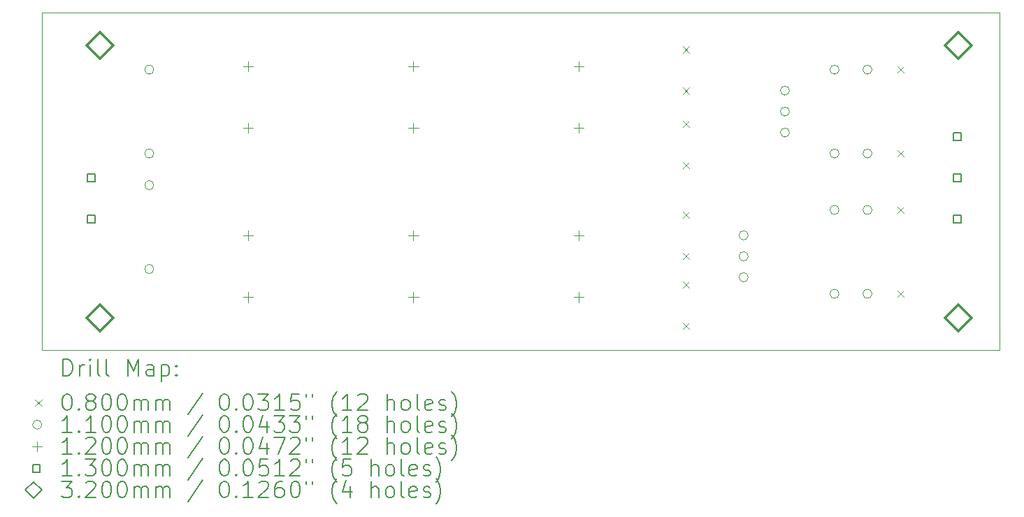
<source format=gbr>
%TF.GenerationSoftware,KiCad,Pcbnew,8.0.7*%
%TF.CreationDate,2025-01-30T08:13:22+10:00*%
%TF.ProjectId,MFOS_Power_Supply_PCB,4d464f53-5f50-46f7-9765-725f53757070,rev?*%
%TF.SameCoordinates,Original*%
%TF.FileFunction,Drillmap*%
%TF.FilePolarity,Positive*%
%FSLAX45Y45*%
G04 Gerber Fmt 4.5, Leading zero omitted, Abs format (unit mm)*
G04 Created by KiCad (PCBNEW 8.0.7) date 2025-01-30 08:13:22*
%MOMM*%
%LPD*%
G01*
G04 APERTURE LIST*
%ADD10C,0.050000*%
%ADD11C,0.200000*%
%ADD12C,0.100000*%
%ADD13C,0.110000*%
%ADD14C,0.120000*%
%ADD15C,0.130000*%
%ADD16C,0.320000*%
G04 APERTURE END LIST*
D10*
X8600000Y-7200000D02*
X20200000Y-7200000D01*
X20200000Y-11288000D01*
X8600000Y-11288000D01*
X8600000Y-7200000D01*
D11*
D12*
X16360000Y-7610000D02*
X16440000Y-7690000D01*
X16440000Y-7610000D02*
X16360000Y-7690000D01*
X16360000Y-8110000D02*
X16440000Y-8190000D01*
X16440000Y-8110000D02*
X16360000Y-8190000D01*
X16360000Y-8510000D02*
X16440000Y-8590000D01*
X16440000Y-8510000D02*
X16360000Y-8590000D01*
X16360000Y-9010000D02*
X16440000Y-9090000D01*
X16440000Y-9010000D02*
X16360000Y-9090000D01*
X16360000Y-9610000D02*
X16440000Y-9690000D01*
X16440000Y-9610000D02*
X16360000Y-9690000D01*
X16360000Y-10110000D02*
X16440000Y-10190000D01*
X16440000Y-10110000D02*
X16360000Y-10190000D01*
X16360000Y-10460000D02*
X16440000Y-10540000D01*
X16440000Y-10460000D02*
X16360000Y-10540000D01*
X16360000Y-10960000D02*
X16440000Y-11040000D01*
X16440000Y-10960000D02*
X16360000Y-11040000D01*
X18960000Y-7852000D02*
X19040000Y-7932000D01*
X19040000Y-7852000D02*
X18960000Y-7932000D01*
X18960000Y-8868000D02*
X19040000Y-8948000D01*
X19040000Y-8868000D02*
X18960000Y-8948000D01*
X18960000Y-9552000D02*
X19040000Y-9632000D01*
X19040000Y-9552000D02*
X18960000Y-9632000D01*
X18960000Y-10568000D02*
X19040000Y-10648000D01*
X19040000Y-10568000D02*
X18960000Y-10648000D01*
D13*
X9955000Y-7892000D02*
G75*
G02*
X9845000Y-7892000I-55000J0D01*
G01*
X9845000Y-7892000D02*
G75*
G02*
X9955000Y-7892000I55000J0D01*
G01*
X9955000Y-8908000D02*
G75*
G02*
X9845000Y-8908000I-55000J0D01*
G01*
X9845000Y-8908000D02*
G75*
G02*
X9955000Y-8908000I55000J0D01*
G01*
X9955000Y-9292000D02*
G75*
G02*
X9845000Y-9292000I-55000J0D01*
G01*
X9845000Y-9292000D02*
G75*
G02*
X9955000Y-9292000I55000J0D01*
G01*
X9955000Y-10308000D02*
G75*
G02*
X9845000Y-10308000I-55000J0D01*
G01*
X9845000Y-10308000D02*
G75*
G02*
X9955000Y-10308000I55000J0D01*
G01*
X17155000Y-9900000D02*
G75*
G02*
X17045000Y-9900000I-55000J0D01*
G01*
X17045000Y-9900000D02*
G75*
G02*
X17155000Y-9900000I55000J0D01*
G01*
X17155000Y-10154000D02*
G75*
G02*
X17045000Y-10154000I-55000J0D01*
G01*
X17045000Y-10154000D02*
G75*
G02*
X17155000Y-10154000I55000J0D01*
G01*
X17155000Y-10408000D02*
G75*
G02*
X17045000Y-10408000I-55000J0D01*
G01*
X17045000Y-10408000D02*
G75*
G02*
X17155000Y-10408000I55000J0D01*
G01*
X17655000Y-8146000D02*
G75*
G02*
X17545000Y-8146000I-55000J0D01*
G01*
X17545000Y-8146000D02*
G75*
G02*
X17655000Y-8146000I55000J0D01*
G01*
X17655000Y-8400000D02*
G75*
G02*
X17545000Y-8400000I-55000J0D01*
G01*
X17545000Y-8400000D02*
G75*
G02*
X17655000Y-8400000I55000J0D01*
G01*
X17655000Y-8654000D02*
G75*
G02*
X17545000Y-8654000I-55000J0D01*
G01*
X17545000Y-8654000D02*
G75*
G02*
X17655000Y-8654000I55000J0D01*
G01*
X18255000Y-7892000D02*
G75*
G02*
X18145000Y-7892000I-55000J0D01*
G01*
X18145000Y-7892000D02*
G75*
G02*
X18255000Y-7892000I55000J0D01*
G01*
X18255000Y-8908000D02*
G75*
G02*
X18145000Y-8908000I-55000J0D01*
G01*
X18145000Y-8908000D02*
G75*
G02*
X18255000Y-8908000I55000J0D01*
G01*
X18255000Y-9592000D02*
G75*
G02*
X18145000Y-9592000I-55000J0D01*
G01*
X18145000Y-9592000D02*
G75*
G02*
X18255000Y-9592000I55000J0D01*
G01*
X18255000Y-10608000D02*
G75*
G02*
X18145000Y-10608000I-55000J0D01*
G01*
X18145000Y-10608000D02*
G75*
G02*
X18255000Y-10608000I55000J0D01*
G01*
X18655000Y-7892000D02*
G75*
G02*
X18545000Y-7892000I-55000J0D01*
G01*
X18545000Y-7892000D02*
G75*
G02*
X18655000Y-7892000I55000J0D01*
G01*
X18655000Y-8908000D02*
G75*
G02*
X18545000Y-8908000I-55000J0D01*
G01*
X18545000Y-8908000D02*
G75*
G02*
X18655000Y-8908000I55000J0D01*
G01*
X18655000Y-9592000D02*
G75*
G02*
X18545000Y-9592000I-55000J0D01*
G01*
X18545000Y-9592000D02*
G75*
G02*
X18655000Y-9592000I55000J0D01*
G01*
X18655000Y-10608000D02*
G75*
G02*
X18545000Y-10608000I-55000J0D01*
G01*
X18545000Y-10608000D02*
G75*
G02*
X18655000Y-10608000I55000J0D01*
G01*
D14*
X11100000Y-7790000D02*
X11100000Y-7910000D01*
X11040000Y-7850000D02*
X11160000Y-7850000D01*
X11100000Y-8540000D02*
X11100000Y-8660000D01*
X11040000Y-8600000D02*
X11160000Y-8600000D01*
X11100000Y-9840000D02*
X11100000Y-9960000D01*
X11040000Y-9900000D02*
X11160000Y-9900000D01*
X11100000Y-10590000D02*
X11100000Y-10710000D01*
X11040000Y-10650000D02*
X11160000Y-10650000D01*
X13100000Y-7790000D02*
X13100000Y-7910000D01*
X13040000Y-7850000D02*
X13160000Y-7850000D01*
X13100000Y-8540000D02*
X13100000Y-8660000D01*
X13040000Y-8600000D02*
X13160000Y-8600000D01*
X13100000Y-9840000D02*
X13100000Y-9960000D01*
X13040000Y-9900000D02*
X13160000Y-9900000D01*
X13100000Y-10590000D02*
X13100000Y-10710000D01*
X13040000Y-10650000D02*
X13160000Y-10650000D01*
X15100000Y-7790000D02*
X15100000Y-7910000D01*
X15040000Y-7850000D02*
X15160000Y-7850000D01*
X15100000Y-8540000D02*
X15100000Y-8660000D01*
X15040000Y-8600000D02*
X15160000Y-8600000D01*
X15100000Y-9840000D02*
X15100000Y-9960000D01*
X15040000Y-9900000D02*
X15160000Y-9900000D01*
X15100000Y-10590000D02*
X15100000Y-10710000D01*
X15040000Y-10650000D02*
X15160000Y-10650000D01*
D15*
X9245962Y-9245962D02*
X9245962Y-9154038D01*
X9154038Y-9154038D01*
X9154038Y-9245962D01*
X9245962Y-9245962D01*
X9245962Y-9745962D02*
X9245962Y-9654038D01*
X9154038Y-9654038D01*
X9154038Y-9745962D01*
X9245962Y-9745962D01*
X19736462Y-8745962D02*
X19736462Y-8654038D01*
X19644538Y-8654038D01*
X19644538Y-8745962D01*
X19736462Y-8745962D01*
X19736462Y-9245962D02*
X19736462Y-9154038D01*
X19644538Y-9154038D01*
X19644538Y-9245962D01*
X19736462Y-9245962D01*
X19736462Y-9745962D02*
X19736462Y-9654038D01*
X19644538Y-9654038D01*
X19644538Y-9745962D01*
X19736462Y-9745962D01*
D16*
X9300000Y-7760000D02*
X9460000Y-7600000D01*
X9300000Y-7440000D01*
X9140000Y-7600000D01*
X9300000Y-7760000D01*
X9300000Y-11060000D02*
X9460000Y-10900000D01*
X9300000Y-10740000D01*
X9140000Y-10900000D01*
X9300000Y-11060000D01*
X19700000Y-7760000D02*
X19860000Y-7600000D01*
X19700000Y-7440000D01*
X19540000Y-7600000D01*
X19700000Y-7760000D01*
X19700000Y-11060000D02*
X19860000Y-10900000D01*
X19700000Y-10740000D01*
X19540000Y-10900000D01*
X19700000Y-11060000D01*
D11*
X8858277Y-11601984D02*
X8858277Y-11401984D01*
X8858277Y-11401984D02*
X8905896Y-11401984D01*
X8905896Y-11401984D02*
X8934467Y-11411508D01*
X8934467Y-11411508D02*
X8953515Y-11430555D01*
X8953515Y-11430555D02*
X8963039Y-11449603D01*
X8963039Y-11449603D02*
X8972563Y-11487698D01*
X8972563Y-11487698D02*
X8972563Y-11516269D01*
X8972563Y-11516269D02*
X8963039Y-11554365D01*
X8963039Y-11554365D02*
X8953515Y-11573412D01*
X8953515Y-11573412D02*
X8934467Y-11592460D01*
X8934467Y-11592460D02*
X8905896Y-11601984D01*
X8905896Y-11601984D02*
X8858277Y-11601984D01*
X9058277Y-11601984D02*
X9058277Y-11468650D01*
X9058277Y-11506746D02*
X9067801Y-11487698D01*
X9067801Y-11487698D02*
X9077324Y-11478174D01*
X9077324Y-11478174D02*
X9096372Y-11468650D01*
X9096372Y-11468650D02*
X9115420Y-11468650D01*
X9182086Y-11601984D02*
X9182086Y-11468650D01*
X9182086Y-11401984D02*
X9172563Y-11411508D01*
X9172563Y-11411508D02*
X9182086Y-11421031D01*
X9182086Y-11421031D02*
X9191610Y-11411508D01*
X9191610Y-11411508D02*
X9182086Y-11401984D01*
X9182086Y-11401984D02*
X9182086Y-11421031D01*
X9305896Y-11601984D02*
X9286848Y-11592460D01*
X9286848Y-11592460D02*
X9277324Y-11573412D01*
X9277324Y-11573412D02*
X9277324Y-11401984D01*
X9410658Y-11601984D02*
X9391610Y-11592460D01*
X9391610Y-11592460D02*
X9382086Y-11573412D01*
X9382086Y-11573412D02*
X9382086Y-11401984D01*
X9639229Y-11601984D02*
X9639229Y-11401984D01*
X9639229Y-11401984D02*
X9705896Y-11544841D01*
X9705896Y-11544841D02*
X9772563Y-11401984D01*
X9772563Y-11401984D02*
X9772563Y-11601984D01*
X9953515Y-11601984D02*
X9953515Y-11497222D01*
X9953515Y-11497222D02*
X9943991Y-11478174D01*
X9943991Y-11478174D02*
X9924944Y-11468650D01*
X9924944Y-11468650D02*
X9886848Y-11468650D01*
X9886848Y-11468650D02*
X9867801Y-11478174D01*
X9953515Y-11592460D02*
X9934467Y-11601984D01*
X9934467Y-11601984D02*
X9886848Y-11601984D01*
X9886848Y-11601984D02*
X9867801Y-11592460D01*
X9867801Y-11592460D02*
X9858277Y-11573412D01*
X9858277Y-11573412D02*
X9858277Y-11554365D01*
X9858277Y-11554365D02*
X9867801Y-11535317D01*
X9867801Y-11535317D02*
X9886848Y-11525793D01*
X9886848Y-11525793D02*
X9934467Y-11525793D01*
X9934467Y-11525793D02*
X9953515Y-11516269D01*
X10048753Y-11468650D02*
X10048753Y-11668650D01*
X10048753Y-11478174D02*
X10067801Y-11468650D01*
X10067801Y-11468650D02*
X10105896Y-11468650D01*
X10105896Y-11468650D02*
X10124944Y-11478174D01*
X10124944Y-11478174D02*
X10134467Y-11487698D01*
X10134467Y-11487698D02*
X10143991Y-11506746D01*
X10143991Y-11506746D02*
X10143991Y-11563888D01*
X10143991Y-11563888D02*
X10134467Y-11582936D01*
X10134467Y-11582936D02*
X10124944Y-11592460D01*
X10124944Y-11592460D02*
X10105896Y-11601984D01*
X10105896Y-11601984D02*
X10067801Y-11601984D01*
X10067801Y-11601984D02*
X10048753Y-11592460D01*
X10229705Y-11582936D02*
X10239229Y-11592460D01*
X10239229Y-11592460D02*
X10229705Y-11601984D01*
X10229705Y-11601984D02*
X10220182Y-11592460D01*
X10220182Y-11592460D02*
X10229705Y-11582936D01*
X10229705Y-11582936D02*
X10229705Y-11601984D01*
X10229705Y-11478174D02*
X10239229Y-11487698D01*
X10239229Y-11487698D02*
X10229705Y-11497222D01*
X10229705Y-11497222D02*
X10220182Y-11487698D01*
X10220182Y-11487698D02*
X10229705Y-11478174D01*
X10229705Y-11478174D02*
X10229705Y-11497222D01*
D12*
X8517500Y-11890500D02*
X8597500Y-11970500D01*
X8597500Y-11890500D02*
X8517500Y-11970500D01*
D11*
X8896372Y-11821984D02*
X8915420Y-11821984D01*
X8915420Y-11821984D02*
X8934467Y-11831508D01*
X8934467Y-11831508D02*
X8943991Y-11841031D01*
X8943991Y-11841031D02*
X8953515Y-11860079D01*
X8953515Y-11860079D02*
X8963039Y-11898174D01*
X8963039Y-11898174D02*
X8963039Y-11945793D01*
X8963039Y-11945793D02*
X8953515Y-11983888D01*
X8953515Y-11983888D02*
X8943991Y-12002936D01*
X8943991Y-12002936D02*
X8934467Y-12012460D01*
X8934467Y-12012460D02*
X8915420Y-12021984D01*
X8915420Y-12021984D02*
X8896372Y-12021984D01*
X8896372Y-12021984D02*
X8877324Y-12012460D01*
X8877324Y-12012460D02*
X8867801Y-12002936D01*
X8867801Y-12002936D02*
X8858277Y-11983888D01*
X8858277Y-11983888D02*
X8848753Y-11945793D01*
X8848753Y-11945793D02*
X8848753Y-11898174D01*
X8848753Y-11898174D02*
X8858277Y-11860079D01*
X8858277Y-11860079D02*
X8867801Y-11841031D01*
X8867801Y-11841031D02*
X8877324Y-11831508D01*
X8877324Y-11831508D02*
X8896372Y-11821984D01*
X9048753Y-12002936D02*
X9058277Y-12012460D01*
X9058277Y-12012460D02*
X9048753Y-12021984D01*
X9048753Y-12021984D02*
X9039229Y-12012460D01*
X9039229Y-12012460D02*
X9048753Y-12002936D01*
X9048753Y-12002936D02*
X9048753Y-12021984D01*
X9172563Y-11907698D02*
X9153515Y-11898174D01*
X9153515Y-11898174D02*
X9143991Y-11888650D01*
X9143991Y-11888650D02*
X9134467Y-11869603D01*
X9134467Y-11869603D02*
X9134467Y-11860079D01*
X9134467Y-11860079D02*
X9143991Y-11841031D01*
X9143991Y-11841031D02*
X9153515Y-11831508D01*
X9153515Y-11831508D02*
X9172563Y-11821984D01*
X9172563Y-11821984D02*
X9210658Y-11821984D01*
X9210658Y-11821984D02*
X9229705Y-11831508D01*
X9229705Y-11831508D02*
X9239229Y-11841031D01*
X9239229Y-11841031D02*
X9248753Y-11860079D01*
X9248753Y-11860079D02*
X9248753Y-11869603D01*
X9248753Y-11869603D02*
X9239229Y-11888650D01*
X9239229Y-11888650D02*
X9229705Y-11898174D01*
X9229705Y-11898174D02*
X9210658Y-11907698D01*
X9210658Y-11907698D02*
X9172563Y-11907698D01*
X9172563Y-11907698D02*
X9153515Y-11917222D01*
X9153515Y-11917222D02*
X9143991Y-11926746D01*
X9143991Y-11926746D02*
X9134467Y-11945793D01*
X9134467Y-11945793D02*
X9134467Y-11983888D01*
X9134467Y-11983888D02*
X9143991Y-12002936D01*
X9143991Y-12002936D02*
X9153515Y-12012460D01*
X9153515Y-12012460D02*
X9172563Y-12021984D01*
X9172563Y-12021984D02*
X9210658Y-12021984D01*
X9210658Y-12021984D02*
X9229705Y-12012460D01*
X9229705Y-12012460D02*
X9239229Y-12002936D01*
X9239229Y-12002936D02*
X9248753Y-11983888D01*
X9248753Y-11983888D02*
X9248753Y-11945793D01*
X9248753Y-11945793D02*
X9239229Y-11926746D01*
X9239229Y-11926746D02*
X9229705Y-11917222D01*
X9229705Y-11917222D02*
X9210658Y-11907698D01*
X9372563Y-11821984D02*
X9391610Y-11821984D01*
X9391610Y-11821984D02*
X9410658Y-11831508D01*
X9410658Y-11831508D02*
X9420182Y-11841031D01*
X9420182Y-11841031D02*
X9429705Y-11860079D01*
X9429705Y-11860079D02*
X9439229Y-11898174D01*
X9439229Y-11898174D02*
X9439229Y-11945793D01*
X9439229Y-11945793D02*
X9429705Y-11983888D01*
X9429705Y-11983888D02*
X9420182Y-12002936D01*
X9420182Y-12002936D02*
X9410658Y-12012460D01*
X9410658Y-12012460D02*
X9391610Y-12021984D01*
X9391610Y-12021984D02*
X9372563Y-12021984D01*
X9372563Y-12021984D02*
X9353515Y-12012460D01*
X9353515Y-12012460D02*
X9343991Y-12002936D01*
X9343991Y-12002936D02*
X9334467Y-11983888D01*
X9334467Y-11983888D02*
X9324944Y-11945793D01*
X9324944Y-11945793D02*
X9324944Y-11898174D01*
X9324944Y-11898174D02*
X9334467Y-11860079D01*
X9334467Y-11860079D02*
X9343991Y-11841031D01*
X9343991Y-11841031D02*
X9353515Y-11831508D01*
X9353515Y-11831508D02*
X9372563Y-11821984D01*
X9563039Y-11821984D02*
X9582086Y-11821984D01*
X9582086Y-11821984D02*
X9601134Y-11831508D01*
X9601134Y-11831508D02*
X9610658Y-11841031D01*
X9610658Y-11841031D02*
X9620182Y-11860079D01*
X9620182Y-11860079D02*
X9629705Y-11898174D01*
X9629705Y-11898174D02*
X9629705Y-11945793D01*
X9629705Y-11945793D02*
X9620182Y-11983888D01*
X9620182Y-11983888D02*
X9610658Y-12002936D01*
X9610658Y-12002936D02*
X9601134Y-12012460D01*
X9601134Y-12012460D02*
X9582086Y-12021984D01*
X9582086Y-12021984D02*
X9563039Y-12021984D01*
X9563039Y-12021984D02*
X9543991Y-12012460D01*
X9543991Y-12012460D02*
X9534467Y-12002936D01*
X9534467Y-12002936D02*
X9524944Y-11983888D01*
X9524944Y-11983888D02*
X9515420Y-11945793D01*
X9515420Y-11945793D02*
X9515420Y-11898174D01*
X9515420Y-11898174D02*
X9524944Y-11860079D01*
X9524944Y-11860079D02*
X9534467Y-11841031D01*
X9534467Y-11841031D02*
X9543991Y-11831508D01*
X9543991Y-11831508D02*
X9563039Y-11821984D01*
X9715420Y-12021984D02*
X9715420Y-11888650D01*
X9715420Y-11907698D02*
X9724944Y-11898174D01*
X9724944Y-11898174D02*
X9743991Y-11888650D01*
X9743991Y-11888650D02*
X9772563Y-11888650D01*
X9772563Y-11888650D02*
X9791610Y-11898174D01*
X9791610Y-11898174D02*
X9801134Y-11917222D01*
X9801134Y-11917222D02*
X9801134Y-12021984D01*
X9801134Y-11917222D02*
X9810658Y-11898174D01*
X9810658Y-11898174D02*
X9829705Y-11888650D01*
X9829705Y-11888650D02*
X9858277Y-11888650D01*
X9858277Y-11888650D02*
X9877325Y-11898174D01*
X9877325Y-11898174D02*
X9886848Y-11917222D01*
X9886848Y-11917222D02*
X9886848Y-12021984D01*
X9982086Y-12021984D02*
X9982086Y-11888650D01*
X9982086Y-11907698D02*
X9991610Y-11898174D01*
X9991610Y-11898174D02*
X10010658Y-11888650D01*
X10010658Y-11888650D02*
X10039229Y-11888650D01*
X10039229Y-11888650D02*
X10058277Y-11898174D01*
X10058277Y-11898174D02*
X10067801Y-11917222D01*
X10067801Y-11917222D02*
X10067801Y-12021984D01*
X10067801Y-11917222D02*
X10077325Y-11898174D01*
X10077325Y-11898174D02*
X10096372Y-11888650D01*
X10096372Y-11888650D02*
X10124944Y-11888650D01*
X10124944Y-11888650D02*
X10143991Y-11898174D01*
X10143991Y-11898174D02*
X10153515Y-11917222D01*
X10153515Y-11917222D02*
X10153515Y-12021984D01*
X10543991Y-11812460D02*
X10372563Y-12069603D01*
X10801134Y-11821984D02*
X10820182Y-11821984D01*
X10820182Y-11821984D02*
X10839229Y-11831508D01*
X10839229Y-11831508D02*
X10848753Y-11841031D01*
X10848753Y-11841031D02*
X10858277Y-11860079D01*
X10858277Y-11860079D02*
X10867801Y-11898174D01*
X10867801Y-11898174D02*
X10867801Y-11945793D01*
X10867801Y-11945793D02*
X10858277Y-11983888D01*
X10858277Y-11983888D02*
X10848753Y-12002936D01*
X10848753Y-12002936D02*
X10839229Y-12012460D01*
X10839229Y-12012460D02*
X10820182Y-12021984D01*
X10820182Y-12021984D02*
X10801134Y-12021984D01*
X10801134Y-12021984D02*
X10782087Y-12012460D01*
X10782087Y-12012460D02*
X10772563Y-12002936D01*
X10772563Y-12002936D02*
X10763039Y-11983888D01*
X10763039Y-11983888D02*
X10753515Y-11945793D01*
X10753515Y-11945793D02*
X10753515Y-11898174D01*
X10753515Y-11898174D02*
X10763039Y-11860079D01*
X10763039Y-11860079D02*
X10772563Y-11841031D01*
X10772563Y-11841031D02*
X10782087Y-11831508D01*
X10782087Y-11831508D02*
X10801134Y-11821984D01*
X10953515Y-12002936D02*
X10963039Y-12012460D01*
X10963039Y-12012460D02*
X10953515Y-12021984D01*
X10953515Y-12021984D02*
X10943991Y-12012460D01*
X10943991Y-12012460D02*
X10953515Y-12002936D01*
X10953515Y-12002936D02*
X10953515Y-12021984D01*
X11086848Y-11821984D02*
X11105896Y-11821984D01*
X11105896Y-11821984D02*
X11124944Y-11831508D01*
X11124944Y-11831508D02*
X11134468Y-11841031D01*
X11134468Y-11841031D02*
X11143991Y-11860079D01*
X11143991Y-11860079D02*
X11153515Y-11898174D01*
X11153515Y-11898174D02*
X11153515Y-11945793D01*
X11153515Y-11945793D02*
X11143991Y-11983888D01*
X11143991Y-11983888D02*
X11134468Y-12002936D01*
X11134468Y-12002936D02*
X11124944Y-12012460D01*
X11124944Y-12012460D02*
X11105896Y-12021984D01*
X11105896Y-12021984D02*
X11086848Y-12021984D01*
X11086848Y-12021984D02*
X11067801Y-12012460D01*
X11067801Y-12012460D02*
X11058277Y-12002936D01*
X11058277Y-12002936D02*
X11048753Y-11983888D01*
X11048753Y-11983888D02*
X11039229Y-11945793D01*
X11039229Y-11945793D02*
X11039229Y-11898174D01*
X11039229Y-11898174D02*
X11048753Y-11860079D01*
X11048753Y-11860079D02*
X11058277Y-11841031D01*
X11058277Y-11841031D02*
X11067801Y-11831508D01*
X11067801Y-11831508D02*
X11086848Y-11821984D01*
X11220182Y-11821984D02*
X11343991Y-11821984D01*
X11343991Y-11821984D02*
X11277325Y-11898174D01*
X11277325Y-11898174D02*
X11305896Y-11898174D01*
X11305896Y-11898174D02*
X11324944Y-11907698D01*
X11324944Y-11907698D02*
X11334467Y-11917222D01*
X11334467Y-11917222D02*
X11343991Y-11936269D01*
X11343991Y-11936269D02*
X11343991Y-11983888D01*
X11343991Y-11983888D02*
X11334467Y-12002936D01*
X11334467Y-12002936D02*
X11324944Y-12012460D01*
X11324944Y-12012460D02*
X11305896Y-12021984D01*
X11305896Y-12021984D02*
X11248753Y-12021984D01*
X11248753Y-12021984D02*
X11229706Y-12012460D01*
X11229706Y-12012460D02*
X11220182Y-12002936D01*
X11534467Y-12021984D02*
X11420182Y-12021984D01*
X11477325Y-12021984D02*
X11477325Y-11821984D01*
X11477325Y-11821984D02*
X11458277Y-11850555D01*
X11458277Y-11850555D02*
X11439229Y-11869603D01*
X11439229Y-11869603D02*
X11420182Y-11879127D01*
X11715420Y-11821984D02*
X11620182Y-11821984D01*
X11620182Y-11821984D02*
X11610658Y-11917222D01*
X11610658Y-11917222D02*
X11620182Y-11907698D01*
X11620182Y-11907698D02*
X11639229Y-11898174D01*
X11639229Y-11898174D02*
X11686848Y-11898174D01*
X11686848Y-11898174D02*
X11705896Y-11907698D01*
X11705896Y-11907698D02*
X11715420Y-11917222D01*
X11715420Y-11917222D02*
X11724944Y-11936269D01*
X11724944Y-11936269D02*
X11724944Y-11983888D01*
X11724944Y-11983888D02*
X11715420Y-12002936D01*
X11715420Y-12002936D02*
X11705896Y-12012460D01*
X11705896Y-12012460D02*
X11686848Y-12021984D01*
X11686848Y-12021984D02*
X11639229Y-12021984D01*
X11639229Y-12021984D02*
X11620182Y-12012460D01*
X11620182Y-12012460D02*
X11610658Y-12002936D01*
X11801134Y-11821984D02*
X11801134Y-11860079D01*
X11877325Y-11821984D02*
X11877325Y-11860079D01*
X12172563Y-12098174D02*
X12163039Y-12088650D01*
X12163039Y-12088650D02*
X12143991Y-12060079D01*
X12143991Y-12060079D02*
X12134468Y-12041031D01*
X12134468Y-12041031D02*
X12124944Y-12012460D01*
X12124944Y-12012460D02*
X12115420Y-11964841D01*
X12115420Y-11964841D02*
X12115420Y-11926746D01*
X12115420Y-11926746D02*
X12124944Y-11879127D01*
X12124944Y-11879127D02*
X12134468Y-11850555D01*
X12134468Y-11850555D02*
X12143991Y-11831508D01*
X12143991Y-11831508D02*
X12163039Y-11802936D01*
X12163039Y-11802936D02*
X12172563Y-11793412D01*
X12353515Y-12021984D02*
X12239229Y-12021984D01*
X12296372Y-12021984D02*
X12296372Y-11821984D01*
X12296372Y-11821984D02*
X12277325Y-11850555D01*
X12277325Y-11850555D02*
X12258277Y-11869603D01*
X12258277Y-11869603D02*
X12239229Y-11879127D01*
X12429706Y-11841031D02*
X12439229Y-11831508D01*
X12439229Y-11831508D02*
X12458277Y-11821984D01*
X12458277Y-11821984D02*
X12505896Y-11821984D01*
X12505896Y-11821984D02*
X12524944Y-11831508D01*
X12524944Y-11831508D02*
X12534468Y-11841031D01*
X12534468Y-11841031D02*
X12543991Y-11860079D01*
X12543991Y-11860079D02*
X12543991Y-11879127D01*
X12543991Y-11879127D02*
X12534468Y-11907698D01*
X12534468Y-11907698D02*
X12420182Y-12021984D01*
X12420182Y-12021984D02*
X12543991Y-12021984D01*
X12782087Y-12021984D02*
X12782087Y-11821984D01*
X12867801Y-12021984D02*
X12867801Y-11917222D01*
X12867801Y-11917222D02*
X12858277Y-11898174D01*
X12858277Y-11898174D02*
X12839230Y-11888650D01*
X12839230Y-11888650D02*
X12810658Y-11888650D01*
X12810658Y-11888650D02*
X12791610Y-11898174D01*
X12791610Y-11898174D02*
X12782087Y-11907698D01*
X12991610Y-12021984D02*
X12972563Y-12012460D01*
X12972563Y-12012460D02*
X12963039Y-12002936D01*
X12963039Y-12002936D02*
X12953515Y-11983888D01*
X12953515Y-11983888D02*
X12953515Y-11926746D01*
X12953515Y-11926746D02*
X12963039Y-11907698D01*
X12963039Y-11907698D02*
X12972563Y-11898174D01*
X12972563Y-11898174D02*
X12991610Y-11888650D01*
X12991610Y-11888650D02*
X13020182Y-11888650D01*
X13020182Y-11888650D02*
X13039230Y-11898174D01*
X13039230Y-11898174D02*
X13048753Y-11907698D01*
X13048753Y-11907698D02*
X13058277Y-11926746D01*
X13058277Y-11926746D02*
X13058277Y-11983888D01*
X13058277Y-11983888D02*
X13048753Y-12002936D01*
X13048753Y-12002936D02*
X13039230Y-12012460D01*
X13039230Y-12012460D02*
X13020182Y-12021984D01*
X13020182Y-12021984D02*
X12991610Y-12021984D01*
X13172563Y-12021984D02*
X13153515Y-12012460D01*
X13153515Y-12012460D02*
X13143991Y-11993412D01*
X13143991Y-11993412D02*
X13143991Y-11821984D01*
X13324944Y-12012460D02*
X13305896Y-12021984D01*
X13305896Y-12021984D02*
X13267801Y-12021984D01*
X13267801Y-12021984D02*
X13248753Y-12012460D01*
X13248753Y-12012460D02*
X13239230Y-11993412D01*
X13239230Y-11993412D02*
X13239230Y-11917222D01*
X13239230Y-11917222D02*
X13248753Y-11898174D01*
X13248753Y-11898174D02*
X13267801Y-11888650D01*
X13267801Y-11888650D02*
X13305896Y-11888650D01*
X13305896Y-11888650D02*
X13324944Y-11898174D01*
X13324944Y-11898174D02*
X13334468Y-11917222D01*
X13334468Y-11917222D02*
X13334468Y-11936269D01*
X13334468Y-11936269D02*
X13239230Y-11955317D01*
X13410658Y-12012460D02*
X13429706Y-12021984D01*
X13429706Y-12021984D02*
X13467801Y-12021984D01*
X13467801Y-12021984D02*
X13486849Y-12012460D01*
X13486849Y-12012460D02*
X13496372Y-11993412D01*
X13496372Y-11993412D02*
X13496372Y-11983888D01*
X13496372Y-11983888D02*
X13486849Y-11964841D01*
X13486849Y-11964841D02*
X13467801Y-11955317D01*
X13467801Y-11955317D02*
X13439230Y-11955317D01*
X13439230Y-11955317D02*
X13420182Y-11945793D01*
X13420182Y-11945793D02*
X13410658Y-11926746D01*
X13410658Y-11926746D02*
X13410658Y-11917222D01*
X13410658Y-11917222D02*
X13420182Y-11898174D01*
X13420182Y-11898174D02*
X13439230Y-11888650D01*
X13439230Y-11888650D02*
X13467801Y-11888650D01*
X13467801Y-11888650D02*
X13486849Y-11898174D01*
X13563039Y-12098174D02*
X13572563Y-12088650D01*
X13572563Y-12088650D02*
X13591611Y-12060079D01*
X13591611Y-12060079D02*
X13601134Y-12041031D01*
X13601134Y-12041031D02*
X13610658Y-12012460D01*
X13610658Y-12012460D02*
X13620182Y-11964841D01*
X13620182Y-11964841D02*
X13620182Y-11926746D01*
X13620182Y-11926746D02*
X13610658Y-11879127D01*
X13610658Y-11879127D02*
X13601134Y-11850555D01*
X13601134Y-11850555D02*
X13591611Y-11831508D01*
X13591611Y-11831508D02*
X13572563Y-11802936D01*
X13572563Y-11802936D02*
X13563039Y-11793412D01*
D13*
X8597500Y-12194500D02*
G75*
G02*
X8487500Y-12194500I-55000J0D01*
G01*
X8487500Y-12194500D02*
G75*
G02*
X8597500Y-12194500I55000J0D01*
G01*
D11*
X8963039Y-12285984D02*
X8848753Y-12285984D01*
X8905896Y-12285984D02*
X8905896Y-12085984D01*
X8905896Y-12085984D02*
X8886848Y-12114555D01*
X8886848Y-12114555D02*
X8867801Y-12133603D01*
X8867801Y-12133603D02*
X8848753Y-12143127D01*
X9048753Y-12266936D02*
X9058277Y-12276460D01*
X9058277Y-12276460D02*
X9048753Y-12285984D01*
X9048753Y-12285984D02*
X9039229Y-12276460D01*
X9039229Y-12276460D02*
X9048753Y-12266936D01*
X9048753Y-12266936D02*
X9048753Y-12285984D01*
X9248753Y-12285984D02*
X9134467Y-12285984D01*
X9191610Y-12285984D02*
X9191610Y-12085984D01*
X9191610Y-12085984D02*
X9172563Y-12114555D01*
X9172563Y-12114555D02*
X9153515Y-12133603D01*
X9153515Y-12133603D02*
X9134467Y-12143127D01*
X9372563Y-12085984D02*
X9391610Y-12085984D01*
X9391610Y-12085984D02*
X9410658Y-12095508D01*
X9410658Y-12095508D02*
X9420182Y-12105031D01*
X9420182Y-12105031D02*
X9429705Y-12124079D01*
X9429705Y-12124079D02*
X9439229Y-12162174D01*
X9439229Y-12162174D02*
X9439229Y-12209793D01*
X9439229Y-12209793D02*
X9429705Y-12247888D01*
X9429705Y-12247888D02*
X9420182Y-12266936D01*
X9420182Y-12266936D02*
X9410658Y-12276460D01*
X9410658Y-12276460D02*
X9391610Y-12285984D01*
X9391610Y-12285984D02*
X9372563Y-12285984D01*
X9372563Y-12285984D02*
X9353515Y-12276460D01*
X9353515Y-12276460D02*
X9343991Y-12266936D01*
X9343991Y-12266936D02*
X9334467Y-12247888D01*
X9334467Y-12247888D02*
X9324944Y-12209793D01*
X9324944Y-12209793D02*
X9324944Y-12162174D01*
X9324944Y-12162174D02*
X9334467Y-12124079D01*
X9334467Y-12124079D02*
X9343991Y-12105031D01*
X9343991Y-12105031D02*
X9353515Y-12095508D01*
X9353515Y-12095508D02*
X9372563Y-12085984D01*
X9563039Y-12085984D02*
X9582086Y-12085984D01*
X9582086Y-12085984D02*
X9601134Y-12095508D01*
X9601134Y-12095508D02*
X9610658Y-12105031D01*
X9610658Y-12105031D02*
X9620182Y-12124079D01*
X9620182Y-12124079D02*
X9629705Y-12162174D01*
X9629705Y-12162174D02*
X9629705Y-12209793D01*
X9629705Y-12209793D02*
X9620182Y-12247888D01*
X9620182Y-12247888D02*
X9610658Y-12266936D01*
X9610658Y-12266936D02*
X9601134Y-12276460D01*
X9601134Y-12276460D02*
X9582086Y-12285984D01*
X9582086Y-12285984D02*
X9563039Y-12285984D01*
X9563039Y-12285984D02*
X9543991Y-12276460D01*
X9543991Y-12276460D02*
X9534467Y-12266936D01*
X9534467Y-12266936D02*
X9524944Y-12247888D01*
X9524944Y-12247888D02*
X9515420Y-12209793D01*
X9515420Y-12209793D02*
X9515420Y-12162174D01*
X9515420Y-12162174D02*
X9524944Y-12124079D01*
X9524944Y-12124079D02*
X9534467Y-12105031D01*
X9534467Y-12105031D02*
X9543991Y-12095508D01*
X9543991Y-12095508D02*
X9563039Y-12085984D01*
X9715420Y-12285984D02*
X9715420Y-12152650D01*
X9715420Y-12171698D02*
X9724944Y-12162174D01*
X9724944Y-12162174D02*
X9743991Y-12152650D01*
X9743991Y-12152650D02*
X9772563Y-12152650D01*
X9772563Y-12152650D02*
X9791610Y-12162174D01*
X9791610Y-12162174D02*
X9801134Y-12181222D01*
X9801134Y-12181222D02*
X9801134Y-12285984D01*
X9801134Y-12181222D02*
X9810658Y-12162174D01*
X9810658Y-12162174D02*
X9829705Y-12152650D01*
X9829705Y-12152650D02*
X9858277Y-12152650D01*
X9858277Y-12152650D02*
X9877325Y-12162174D01*
X9877325Y-12162174D02*
X9886848Y-12181222D01*
X9886848Y-12181222D02*
X9886848Y-12285984D01*
X9982086Y-12285984D02*
X9982086Y-12152650D01*
X9982086Y-12171698D02*
X9991610Y-12162174D01*
X9991610Y-12162174D02*
X10010658Y-12152650D01*
X10010658Y-12152650D02*
X10039229Y-12152650D01*
X10039229Y-12152650D02*
X10058277Y-12162174D01*
X10058277Y-12162174D02*
X10067801Y-12181222D01*
X10067801Y-12181222D02*
X10067801Y-12285984D01*
X10067801Y-12181222D02*
X10077325Y-12162174D01*
X10077325Y-12162174D02*
X10096372Y-12152650D01*
X10096372Y-12152650D02*
X10124944Y-12152650D01*
X10124944Y-12152650D02*
X10143991Y-12162174D01*
X10143991Y-12162174D02*
X10153515Y-12181222D01*
X10153515Y-12181222D02*
X10153515Y-12285984D01*
X10543991Y-12076460D02*
X10372563Y-12333603D01*
X10801134Y-12085984D02*
X10820182Y-12085984D01*
X10820182Y-12085984D02*
X10839229Y-12095508D01*
X10839229Y-12095508D02*
X10848753Y-12105031D01*
X10848753Y-12105031D02*
X10858277Y-12124079D01*
X10858277Y-12124079D02*
X10867801Y-12162174D01*
X10867801Y-12162174D02*
X10867801Y-12209793D01*
X10867801Y-12209793D02*
X10858277Y-12247888D01*
X10858277Y-12247888D02*
X10848753Y-12266936D01*
X10848753Y-12266936D02*
X10839229Y-12276460D01*
X10839229Y-12276460D02*
X10820182Y-12285984D01*
X10820182Y-12285984D02*
X10801134Y-12285984D01*
X10801134Y-12285984D02*
X10782087Y-12276460D01*
X10782087Y-12276460D02*
X10772563Y-12266936D01*
X10772563Y-12266936D02*
X10763039Y-12247888D01*
X10763039Y-12247888D02*
X10753515Y-12209793D01*
X10753515Y-12209793D02*
X10753515Y-12162174D01*
X10753515Y-12162174D02*
X10763039Y-12124079D01*
X10763039Y-12124079D02*
X10772563Y-12105031D01*
X10772563Y-12105031D02*
X10782087Y-12095508D01*
X10782087Y-12095508D02*
X10801134Y-12085984D01*
X10953515Y-12266936D02*
X10963039Y-12276460D01*
X10963039Y-12276460D02*
X10953515Y-12285984D01*
X10953515Y-12285984D02*
X10943991Y-12276460D01*
X10943991Y-12276460D02*
X10953515Y-12266936D01*
X10953515Y-12266936D02*
X10953515Y-12285984D01*
X11086848Y-12085984D02*
X11105896Y-12085984D01*
X11105896Y-12085984D02*
X11124944Y-12095508D01*
X11124944Y-12095508D02*
X11134468Y-12105031D01*
X11134468Y-12105031D02*
X11143991Y-12124079D01*
X11143991Y-12124079D02*
X11153515Y-12162174D01*
X11153515Y-12162174D02*
X11153515Y-12209793D01*
X11153515Y-12209793D02*
X11143991Y-12247888D01*
X11143991Y-12247888D02*
X11134468Y-12266936D01*
X11134468Y-12266936D02*
X11124944Y-12276460D01*
X11124944Y-12276460D02*
X11105896Y-12285984D01*
X11105896Y-12285984D02*
X11086848Y-12285984D01*
X11086848Y-12285984D02*
X11067801Y-12276460D01*
X11067801Y-12276460D02*
X11058277Y-12266936D01*
X11058277Y-12266936D02*
X11048753Y-12247888D01*
X11048753Y-12247888D02*
X11039229Y-12209793D01*
X11039229Y-12209793D02*
X11039229Y-12162174D01*
X11039229Y-12162174D02*
X11048753Y-12124079D01*
X11048753Y-12124079D02*
X11058277Y-12105031D01*
X11058277Y-12105031D02*
X11067801Y-12095508D01*
X11067801Y-12095508D02*
X11086848Y-12085984D01*
X11324944Y-12152650D02*
X11324944Y-12285984D01*
X11277325Y-12076460D02*
X11229706Y-12219317D01*
X11229706Y-12219317D02*
X11353515Y-12219317D01*
X11410658Y-12085984D02*
X11534467Y-12085984D01*
X11534467Y-12085984D02*
X11467801Y-12162174D01*
X11467801Y-12162174D02*
X11496372Y-12162174D01*
X11496372Y-12162174D02*
X11515420Y-12171698D01*
X11515420Y-12171698D02*
X11524944Y-12181222D01*
X11524944Y-12181222D02*
X11534467Y-12200269D01*
X11534467Y-12200269D02*
X11534467Y-12247888D01*
X11534467Y-12247888D02*
X11524944Y-12266936D01*
X11524944Y-12266936D02*
X11515420Y-12276460D01*
X11515420Y-12276460D02*
X11496372Y-12285984D01*
X11496372Y-12285984D02*
X11439229Y-12285984D01*
X11439229Y-12285984D02*
X11420182Y-12276460D01*
X11420182Y-12276460D02*
X11410658Y-12266936D01*
X11601134Y-12085984D02*
X11724944Y-12085984D01*
X11724944Y-12085984D02*
X11658277Y-12162174D01*
X11658277Y-12162174D02*
X11686848Y-12162174D01*
X11686848Y-12162174D02*
X11705896Y-12171698D01*
X11705896Y-12171698D02*
X11715420Y-12181222D01*
X11715420Y-12181222D02*
X11724944Y-12200269D01*
X11724944Y-12200269D02*
X11724944Y-12247888D01*
X11724944Y-12247888D02*
X11715420Y-12266936D01*
X11715420Y-12266936D02*
X11705896Y-12276460D01*
X11705896Y-12276460D02*
X11686848Y-12285984D01*
X11686848Y-12285984D02*
X11629706Y-12285984D01*
X11629706Y-12285984D02*
X11610658Y-12276460D01*
X11610658Y-12276460D02*
X11601134Y-12266936D01*
X11801134Y-12085984D02*
X11801134Y-12124079D01*
X11877325Y-12085984D02*
X11877325Y-12124079D01*
X12172563Y-12362174D02*
X12163039Y-12352650D01*
X12163039Y-12352650D02*
X12143991Y-12324079D01*
X12143991Y-12324079D02*
X12134468Y-12305031D01*
X12134468Y-12305031D02*
X12124944Y-12276460D01*
X12124944Y-12276460D02*
X12115420Y-12228841D01*
X12115420Y-12228841D02*
X12115420Y-12190746D01*
X12115420Y-12190746D02*
X12124944Y-12143127D01*
X12124944Y-12143127D02*
X12134468Y-12114555D01*
X12134468Y-12114555D02*
X12143991Y-12095508D01*
X12143991Y-12095508D02*
X12163039Y-12066936D01*
X12163039Y-12066936D02*
X12172563Y-12057412D01*
X12353515Y-12285984D02*
X12239229Y-12285984D01*
X12296372Y-12285984D02*
X12296372Y-12085984D01*
X12296372Y-12085984D02*
X12277325Y-12114555D01*
X12277325Y-12114555D02*
X12258277Y-12133603D01*
X12258277Y-12133603D02*
X12239229Y-12143127D01*
X12467801Y-12171698D02*
X12448753Y-12162174D01*
X12448753Y-12162174D02*
X12439229Y-12152650D01*
X12439229Y-12152650D02*
X12429706Y-12133603D01*
X12429706Y-12133603D02*
X12429706Y-12124079D01*
X12429706Y-12124079D02*
X12439229Y-12105031D01*
X12439229Y-12105031D02*
X12448753Y-12095508D01*
X12448753Y-12095508D02*
X12467801Y-12085984D01*
X12467801Y-12085984D02*
X12505896Y-12085984D01*
X12505896Y-12085984D02*
X12524944Y-12095508D01*
X12524944Y-12095508D02*
X12534468Y-12105031D01*
X12534468Y-12105031D02*
X12543991Y-12124079D01*
X12543991Y-12124079D02*
X12543991Y-12133603D01*
X12543991Y-12133603D02*
X12534468Y-12152650D01*
X12534468Y-12152650D02*
X12524944Y-12162174D01*
X12524944Y-12162174D02*
X12505896Y-12171698D01*
X12505896Y-12171698D02*
X12467801Y-12171698D01*
X12467801Y-12171698D02*
X12448753Y-12181222D01*
X12448753Y-12181222D02*
X12439229Y-12190746D01*
X12439229Y-12190746D02*
X12429706Y-12209793D01*
X12429706Y-12209793D02*
X12429706Y-12247888D01*
X12429706Y-12247888D02*
X12439229Y-12266936D01*
X12439229Y-12266936D02*
X12448753Y-12276460D01*
X12448753Y-12276460D02*
X12467801Y-12285984D01*
X12467801Y-12285984D02*
X12505896Y-12285984D01*
X12505896Y-12285984D02*
X12524944Y-12276460D01*
X12524944Y-12276460D02*
X12534468Y-12266936D01*
X12534468Y-12266936D02*
X12543991Y-12247888D01*
X12543991Y-12247888D02*
X12543991Y-12209793D01*
X12543991Y-12209793D02*
X12534468Y-12190746D01*
X12534468Y-12190746D02*
X12524944Y-12181222D01*
X12524944Y-12181222D02*
X12505896Y-12171698D01*
X12782087Y-12285984D02*
X12782087Y-12085984D01*
X12867801Y-12285984D02*
X12867801Y-12181222D01*
X12867801Y-12181222D02*
X12858277Y-12162174D01*
X12858277Y-12162174D02*
X12839230Y-12152650D01*
X12839230Y-12152650D02*
X12810658Y-12152650D01*
X12810658Y-12152650D02*
X12791610Y-12162174D01*
X12791610Y-12162174D02*
X12782087Y-12171698D01*
X12991610Y-12285984D02*
X12972563Y-12276460D01*
X12972563Y-12276460D02*
X12963039Y-12266936D01*
X12963039Y-12266936D02*
X12953515Y-12247888D01*
X12953515Y-12247888D02*
X12953515Y-12190746D01*
X12953515Y-12190746D02*
X12963039Y-12171698D01*
X12963039Y-12171698D02*
X12972563Y-12162174D01*
X12972563Y-12162174D02*
X12991610Y-12152650D01*
X12991610Y-12152650D02*
X13020182Y-12152650D01*
X13020182Y-12152650D02*
X13039230Y-12162174D01*
X13039230Y-12162174D02*
X13048753Y-12171698D01*
X13048753Y-12171698D02*
X13058277Y-12190746D01*
X13058277Y-12190746D02*
X13058277Y-12247888D01*
X13058277Y-12247888D02*
X13048753Y-12266936D01*
X13048753Y-12266936D02*
X13039230Y-12276460D01*
X13039230Y-12276460D02*
X13020182Y-12285984D01*
X13020182Y-12285984D02*
X12991610Y-12285984D01*
X13172563Y-12285984D02*
X13153515Y-12276460D01*
X13153515Y-12276460D02*
X13143991Y-12257412D01*
X13143991Y-12257412D02*
X13143991Y-12085984D01*
X13324944Y-12276460D02*
X13305896Y-12285984D01*
X13305896Y-12285984D02*
X13267801Y-12285984D01*
X13267801Y-12285984D02*
X13248753Y-12276460D01*
X13248753Y-12276460D02*
X13239230Y-12257412D01*
X13239230Y-12257412D02*
X13239230Y-12181222D01*
X13239230Y-12181222D02*
X13248753Y-12162174D01*
X13248753Y-12162174D02*
X13267801Y-12152650D01*
X13267801Y-12152650D02*
X13305896Y-12152650D01*
X13305896Y-12152650D02*
X13324944Y-12162174D01*
X13324944Y-12162174D02*
X13334468Y-12181222D01*
X13334468Y-12181222D02*
X13334468Y-12200269D01*
X13334468Y-12200269D02*
X13239230Y-12219317D01*
X13410658Y-12276460D02*
X13429706Y-12285984D01*
X13429706Y-12285984D02*
X13467801Y-12285984D01*
X13467801Y-12285984D02*
X13486849Y-12276460D01*
X13486849Y-12276460D02*
X13496372Y-12257412D01*
X13496372Y-12257412D02*
X13496372Y-12247888D01*
X13496372Y-12247888D02*
X13486849Y-12228841D01*
X13486849Y-12228841D02*
X13467801Y-12219317D01*
X13467801Y-12219317D02*
X13439230Y-12219317D01*
X13439230Y-12219317D02*
X13420182Y-12209793D01*
X13420182Y-12209793D02*
X13410658Y-12190746D01*
X13410658Y-12190746D02*
X13410658Y-12181222D01*
X13410658Y-12181222D02*
X13420182Y-12162174D01*
X13420182Y-12162174D02*
X13439230Y-12152650D01*
X13439230Y-12152650D02*
X13467801Y-12152650D01*
X13467801Y-12152650D02*
X13486849Y-12162174D01*
X13563039Y-12362174D02*
X13572563Y-12352650D01*
X13572563Y-12352650D02*
X13591611Y-12324079D01*
X13591611Y-12324079D02*
X13601134Y-12305031D01*
X13601134Y-12305031D02*
X13610658Y-12276460D01*
X13610658Y-12276460D02*
X13620182Y-12228841D01*
X13620182Y-12228841D02*
X13620182Y-12190746D01*
X13620182Y-12190746D02*
X13610658Y-12143127D01*
X13610658Y-12143127D02*
X13601134Y-12114555D01*
X13601134Y-12114555D02*
X13591611Y-12095508D01*
X13591611Y-12095508D02*
X13572563Y-12066936D01*
X13572563Y-12066936D02*
X13563039Y-12057412D01*
D14*
X8537500Y-12398500D02*
X8537500Y-12518500D01*
X8477500Y-12458500D02*
X8597500Y-12458500D01*
D11*
X8963039Y-12549984D02*
X8848753Y-12549984D01*
X8905896Y-12549984D02*
X8905896Y-12349984D01*
X8905896Y-12349984D02*
X8886848Y-12378555D01*
X8886848Y-12378555D02*
X8867801Y-12397603D01*
X8867801Y-12397603D02*
X8848753Y-12407127D01*
X9048753Y-12530936D02*
X9058277Y-12540460D01*
X9058277Y-12540460D02*
X9048753Y-12549984D01*
X9048753Y-12549984D02*
X9039229Y-12540460D01*
X9039229Y-12540460D02*
X9048753Y-12530936D01*
X9048753Y-12530936D02*
X9048753Y-12549984D01*
X9134467Y-12369031D02*
X9143991Y-12359508D01*
X9143991Y-12359508D02*
X9163039Y-12349984D01*
X9163039Y-12349984D02*
X9210658Y-12349984D01*
X9210658Y-12349984D02*
X9229705Y-12359508D01*
X9229705Y-12359508D02*
X9239229Y-12369031D01*
X9239229Y-12369031D02*
X9248753Y-12388079D01*
X9248753Y-12388079D02*
X9248753Y-12407127D01*
X9248753Y-12407127D02*
X9239229Y-12435698D01*
X9239229Y-12435698D02*
X9124944Y-12549984D01*
X9124944Y-12549984D02*
X9248753Y-12549984D01*
X9372563Y-12349984D02*
X9391610Y-12349984D01*
X9391610Y-12349984D02*
X9410658Y-12359508D01*
X9410658Y-12359508D02*
X9420182Y-12369031D01*
X9420182Y-12369031D02*
X9429705Y-12388079D01*
X9429705Y-12388079D02*
X9439229Y-12426174D01*
X9439229Y-12426174D02*
X9439229Y-12473793D01*
X9439229Y-12473793D02*
X9429705Y-12511888D01*
X9429705Y-12511888D02*
X9420182Y-12530936D01*
X9420182Y-12530936D02*
X9410658Y-12540460D01*
X9410658Y-12540460D02*
X9391610Y-12549984D01*
X9391610Y-12549984D02*
X9372563Y-12549984D01*
X9372563Y-12549984D02*
X9353515Y-12540460D01*
X9353515Y-12540460D02*
X9343991Y-12530936D01*
X9343991Y-12530936D02*
X9334467Y-12511888D01*
X9334467Y-12511888D02*
X9324944Y-12473793D01*
X9324944Y-12473793D02*
X9324944Y-12426174D01*
X9324944Y-12426174D02*
X9334467Y-12388079D01*
X9334467Y-12388079D02*
X9343991Y-12369031D01*
X9343991Y-12369031D02*
X9353515Y-12359508D01*
X9353515Y-12359508D02*
X9372563Y-12349984D01*
X9563039Y-12349984D02*
X9582086Y-12349984D01*
X9582086Y-12349984D02*
X9601134Y-12359508D01*
X9601134Y-12359508D02*
X9610658Y-12369031D01*
X9610658Y-12369031D02*
X9620182Y-12388079D01*
X9620182Y-12388079D02*
X9629705Y-12426174D01*
X9629705Y-12426174D02*
X9629705Y-12473793D01*
X9629705Y-12473793D02*
X9620182Y-12511888D01*
X9620182Y-12511888D02*
X9610658Y-12530936D01*
X9610658Y-12530936D02*
X9601134Y-12540460D01*
X9601134Y-12540460D02*
X9582086Y-12549984D01*
X9582086Y-12549984D02*
X9563039Y-12549984D01*
X9563039Y-12549984D02*
X9543991Y-12540460D01*
X9543991Y-12540460D02*
X9534467Y-12530936D01*
X9534467Y-12530936D02*
X9524944Y-12511888D01*
X9524944Y-12511888D02*
X9515420Y-12473793D01*
X9515420Y-12473793D02*
X9515420Y-12426174D01*
X9515420Y-12426174D02*
X9524944Y-12388079D01*
X9524944Y-12388079D02*
X9534467Y-12369031D01*
X9534467Y-12369031D02*
X9543991Y-12359508D01*
X9543991Y-12359508D02*
X9563039Y-12349984D01*
X9715420Y-12549984D02*
X9715420Y-12416650D01*
X9715420Y-12435698D02*
X9724944Y-12426174D01*
X9724944Y-12426174D02*
X9743991Y-12416650D01*
X9743991Y-12416650D02*
X9772563Y-12416650D01*
X9772563Y-12416650D02*
X9791610Y-12426174D01*
X9791610Y-12426174D02*
X9801134Y-12445222D01*
X9801134Y-12445222D02*
X9801134Y-12549984D01*
X9801134Y-12445222D02*
X9810658Y-12426174D01*
X9810658Y-12426174D02*
X9829705Y-12416650D01*
X9829705Y-12416650D02*
X9858277Y-12416650D01*
X9858277Y-12416650D02*
X9877325Y-12426174D01*
X9877325Y-12426174D02*
X9886848Y-12445222D01*
X9886848Y-12445222D02*
X9886848Y-12549984D01*
X9982086Y-12549984D02*
X9982086Y-12416650D01*
X9982086Y-12435698D02*
X9991610Y-12426174D01*
X9991610Y-12426174D02*
X10010658Y-12416650D01*
X10010658Y-12416650D02*
X10039229Y-12416650D01*
X10039229Y-12416650D02*
X10058277Y-12426174D01*
X10058277Y-12426174D02*
X10067801Y-12445222D01*
X10067801Y-12445222D02*
X10067801Y-12549984D01*
X10067801Y-12445222D02*
X10077325Y-12426174D01*
X10077325Y-12426174D02*
X10096372Y-12416650D01*
X10096372Y-12416650D02*
X10124944Y-12416650D01*
X10124944Y-12416650D02*
X10143991Y-12426174D01*
X10143991Y-12426174D02*
X10153515Y-12445222D01*
X10153515Y-12445222D02*
X10153515Y-12549984D01*
X10543991Y-12340460D02*
X10372563Y-12597603D01*
X10801134Y-12349984D02*
X10820182Y-12349984D01*
X10820182Y-12349984D02*
X10839229Y-12359508D01*
X10839229Y-12359508D02*
X10848753Y-12369031D01*
X10848753Y-12369031D02*
X10858277Y-12388079D01*
X10858277Y-12388079D02*
X10867801Y-12426174D01*
X10867801Y-12426174D02*
X10867801Y-12473793D01*
X10867801Y-12473793D02*
X10858277Y-12511888D01*
X10858277Y-12511888D02*
X10848753Y-12530936D01*
X10848753Y-12530936D02*
X10839229Y-12540460D01*
X10839229Y-12540460D02*
X10820182Y-12549984D01*
X10820182Y-12549984D02*
X10801134Y-12549984D01*
X10801134Y-12549984D02*
X10782087Y-12540460D01*
X10782087Y-12540460D02*
X10772563Y-12530936D01*
X10772563Y-12530936D02*
X10763039Y-12511888D01*
X10763039Y-12511888D02*
X10753515Y-12473793D01*
X10753515Y-12473793D02*
X10753515Y-12426174D01*
X10753515Y-12426174D02*
X10763039Y-12388079D01*
X10763039Y-12388079D02*
X10772563Y-12369031D01*
X10772563Y-12369031D02*
X10782087Y-12359508D01*
X10782087Y-12359508D02*
X10801134Y-12349984D01*
X10953515Y-12530936D02*
X10963039Y-12540460D01*
X10963039Y-12540460D02*
X10953515Y-12549984D01*
X10953515Y-12549984D02*
X10943991Y-12540460D01*
X10943991Y-12540460D02*
X10953515Y-12530936D01*
X10953515Y-12530936D02*
X10953515Y-12549984D01*
X11086848Y-12349984D02*
X11105896Y-12349984D01*
X11105896Y-12349984D02*
X11124944Y-12359508D01*
X11124944Y-12359508D02*
X11134468Y-12369031D01*
X11134468Y-12369031D02*
X11143991Y-12388079D01*
X11143991Y-12388079D02*
X11153515Y-12426174D01*
X11153515Y-12426174D02*
X11153515Y-12473793D01*
X11153515Y-12473793D02*
X11143991Y-12511888D01*
X11143991Y-12511888D02*
X11134468Y-12530936D01*
X11134468Y-12530936D02*
X11124944Y-12540460D01*
X11124944Y-12540460D02*
X11105896Y-12549984D01*
X11105896Y-12549984D02*
X11086848Y-12549984D01*
X11086848Y-12549984D02*
X11067801Y-12540460D01*
X11067801Y-12540460D02*
X11058277Y-12530936D01*
X11058277Y-12530936D02*
X11048753Y-12511888D01*
X11048753Y-12511888D02*
X11039229Y-12473793D01*
X11039229Y-12473793D02*
X11039229Y-12426174D01*
X11039229Y-12426174D02*
X11048753Y-12388079D01*
X11048753Y-12388079D02*
X11058277Y-12369031D01*
X11058277Y-12369031D02*
X11067801Y-12359508D01*
X11067801Y-12359508D02*
X11086848Y-12349984D01*
X11324944Y-12416650D02*
X11324944Y-12549984D01*
X11277325Y-12340460D02*
X11229706Y-12483317D01*
X11229706Y-12483317D02*
X11353515Y-12483317D01*
X11410658Y-12349984D02*
X11543991Y-12349984D01*
X11543991Y-12349984D02*
X11458277Y-12549984D01*
X11610658Y-12369031D02*
X11620182Y-12359508D01*
X11620182Y-12359508D02*
X11639229Y-12349984D01*
X11639229Y-12349984D02*
X11686848Y-12349984D01*
X11686848Y-12349984D02*
X11705896Y-12359508D01*
X11705896Y-12359508D02*
X11715420Y-12369031D01*
X11715420Y-12369031D02*
X11724944Y-12388079D01*
X11724944Y-12388079D02*
X11724944Y-12407127D01*
X11724944Y-12407127D02*
X11715420Y-12435698D01*
X11715420Y-12435698D02*
X11601134Y-12549984D01*
X11601134Y-12549984D02*
X11724944Y-12549984D01*
X11801134Y-12349984D02*
X11801134Y-12388079D01*
X11877325Y-12349984D02*
X11877325Y-12388079D01*
X12172563Y-12626174D02*
X12163039Y-12616650D01*
X12163039Y-12616650D02*
X12143991Y-12588079D01*
X12143991Y-12588079D02*
X12134468Y-12569031D01*
X12134468Y-12569031D02*
X12124944Y-12540460D01*
X12124944Y-12540460D02*
X12115420Y-12492841D01*
X12115420Y-12492841D02*
X12115420Y-12454746D01*
X12115420Y-12454746D02*
X12124944Y-12407127D01*
X12124944Y-12407127D02*
X12134468Y-12378555D01*
X12134468Y-12378555D02*
X12143991Y-12359508D01*
X12143991Y-12359508D02*
X12163039Y-12330936D01*
X12163039Y-12330936D02*
X12172563Y-12321412D01*
X12353515Y-12549984D02*
X12239229Y-12549984D01*
X12296372Y-12549984D02*
X12296372Y-12349984D01*
X12296372Y-12349984D02*
X12277325Y-12378555D01*
X12277325Y-12378555D02*
X12258277Y-12397603D01*
X12258277Y-12397603D02*
X12239229Y-12407127D01*
X12429706Y-12369031D02*
X12439229Y-12359508D01*
X12439229Y-12359508D02*
X12458277Y-12349984D01*
X12458277Y-12349984D02*
X12505896Y-12349984D01*
X12505896Y-12349984D02*
X12524944Y-12359508D01*
X12524944Y-12359508D02*
X12534468Y-12369031D01*
X12534468Y-12369031D02*
X12543991Y-12388079D01*
X12543991Y-12388079D02*
X12543991Y-12407127D01*
X12543991Y-12407127D02*
X12534468Y-12435698D01*
X12534468Y-12435698D02*
X12420182Y-12549984D01*
X12420182Y-12549984D02*
X12543991Y-12549984D01*
X12782087Y-12549984D02*
X12782087Y-12349984D01*
X12867801Y-12549984D02*
X12867801Y-12445222D01*
X12867801Y-12445222D02*
X12858277Y-12426174D01*
X12858277Y-12426174D02*
X12839230Y-12416650D01*
X12839230Y-12416650D02*
X12810658Y-12416650D01*
X12810658Y-12416650D02*
X12791610Y-12426174D01*
X12791610Y-12426174D02*
X12782087Y-12435698D01*
X12991610Y-12549984D02*
X12972563Y-12540460D01*
X12972563Y-12540460D02*
X12963039Y-12530936D01*
X12963039Y-12530936D02*
X12953515Y-12511888D01*
X12953515Y-12511888D02*
X12953515Y-12454746D01*
X12953515Y-12454746D02*
X12963039Y-12435698D01*
X12963039Y-12435698D02*
X12972563Y-12426174D01*
X12972563Y-12426174D02*
X12991610Y-12416650D01*
X12991610Y-12416650D02*
X13020182Y-12416650D01*
X13020182Y-12416650D02*
X13039230Y-12426174D01*
X13039230Y-12426174D02*
X13048753Y-12435698D01*
X13048753Y-12435698D02*
X13058277Y-12454746D01*
X13058277Y-12454746D02*
X13058277Y-12511888D01*
X13058277Y-12511888D02*
X13048753Y-12530936D01*
X13048753Y-12530936D02*
X13039230Y-12540460D01*
X13039230Y-12540460D02*
X13020182Y-12549984D01*
X13020182Y-12549984D02*
X12991610Y-12549984D01*
X13172563Y-12549984D02*
X13153515Y-12540460D01*
X13153515Y-12540460D02*
X13143991Y-12521412D01*
X13143991Y-12521412D02*
X13143991Y-12349984D01*
X13324944Y-12540460D02*
X13305896Y-12549984D01*
X13305896Y-12549984D02*
X13267801Y-12549984D01*
X13267801Y-12549984D02*
X13248753Y-12540460D01*
X13248753Y-12540460D02*
X13239230Y-12521412D01*
X13239230Y-12521412D02*
X13239230Y-12445222D01*
X13239230Y-12445222D02*
X13248753Y-12426174D01*
X13248753Y-12426174D02*
X13267801Y-12416650D01*
X13267801Y-12416650D02*
X13305896Y-12416650D01*
X13305896Y-12416650D02*
X13324944Y-12426174D01*
X13324944Y-12426174D02*
X13334468Y-12445222D01*
X13334468Y-12445222D02*
X13334468Y-12464269D01*
X13334468Y-12464269D02*
X13239230Y-12483317D01*
X13410658Y-12540460D02*
X13429706Y-12549984D01*
X13429706Y-12549984D02*
X13467801Y-12549984D01*
X13467801Y-12549984D02*
X13486849Y-12540460D01*
X13486849Y-12540460D02*
X13496372Y-12521412D01*
X13496372Y-12521412D02*
X13496372Y-12511888D01*
X13496372Y-12511888D02*
X13486849Y-12492841D01*
X13486849Y-12492841D02*
X13467801Y-12483317D01*
X13467801Y-12483317D02*
X13439230Y-12483317D01*
X13439230Y-12483317D02*
X13420182Y-12473793D01*
X13420182Y-12473793D02*
X13410658Y-12454746D01*
X13410658Y-12454746D02*
X13410658Y-12445222D01*
X13410658Y-12445222D02*
X13420182Y-12426174D01*
X13420182Y-12426174D02*
X13439230Y-12416650D01*
X13439230Y-12416650D02*
X13467801Y-12416650D01*
X13467801Y-12416650D02*
X13486849Y-12426174D01*
X13563039Y-12626174D02*
X13572563Y-12616650D01*
X13572563Y-12616650D02*
X13591611Y-12588079D01*
X13591611Y-12588079D02*
X13601134Y-12569031D01*
X13601134Y-12569031D02*
X13610658Y-12540460D01*
X13610658Y-12540460D02*
X13620182Y-12492841D01*
X13620182Y-12492841D02*
X13620182Y-12454746D01*
X13620182Y-12454746D02*
X13610658Y-12407127D01*
X13610658Y-12407127D02*
X13601134Y-12378555D01*
X13601134Y-12378555D02*
X13591611Y-12359508D01*
X13591611Y-12359508D02*
X13572563Y-12330936D01*
X13572563Y-12330936D02*
X13563039Y-12321412D01*
D15*
X8578462Y-12768462D02*
X8578462Y-12676538D01*
X8486538Y-12676538D01*
X8486538Y-12768462D01*
X8578462Y-12768462D01*
D11*
X8963039Y-12813984D02*
X8848753Y-12813984D01*
X8905896Y-12813984D02*
X8905896Y-12613984D01*
X8905896Y-12613984D02*
X8886848Y-12642555D01*
X8886848Y-12642555D02*
X8867801Y-12661603D01*
X8867801Y-12661603D02*
X8848753Y-12671127D01*
X9048753Y-12794936D02*
X9058277Y-12804460D01*
X9058277Y-12804460D02*
X9048753Y-12813984D01*
X9048753Y-12813984D02*
X9039229Y-12804460D01*
X9039229Y-12804460D02*
X9048753Y-12794936D01*
X9048753Y-12794936D02*
X9048753Y-12813984D01*
X9124944Y-12613984D02*
X9248753Y-12613984D01*
X9248753Y-12613984D02*
X9182086Y-12690174D01*
X9182086Y-12690174D02*
X9210658Y-12690174D01*
X9210658Y-12690174D02*
X9229705Y-12699698D01*
X9229705Y-12699698D02*
X9239229Y-12709222D01*
X9239229Y-12709222D02*
X9248753Y-12728269D01*
X9248753Y-12728269D02*
X9248753Y-12775888D01*
X9248753Y-12775888D02*
X9239229Y-12794936D01*
X9239229Y-12794936D02*
X9229705Y-12804460D01*
X9229705Y-12804460D02*
X9210658Y-12813984D01*
X9210658Y-12813984D02*
X9153515Y-12813984D01*
X9153515Y-12813984D02*
X9134467Y-12804460D01*
X9134467Y-12804460D02*
X9124944Y-12794936D01*
X9372563Y-12613984D02*
X9391610Y-12613984D01*
X9391610Y-12613984D02*
X9410658Y-12623508D01*
X9410658Y-12623508D02*
X9420182Y-12633031D01*
X9420182Y-12633031D02*
X9429705Y-12652079D01*
X9429705Y-12652079D02*
X9439229Y-12690174D01*
X9439229Y-12690174D02*
X9439229Y-12737793D01*
X9439229Y-12737793D02*
X9429705Y-12775888D01*
X9429705Y-12775888D02*
X9420182Y-12794936D01*
X9420182Y-12794936D02*
X9410658Y-12804460D01*
X9410658Y-12804460D02*
X9391610Y-12813984D01*
X9391610Y-12813984D02*
X9372563Y-12813984D01*
X9372563Y-12813984D02*
X9353515Y-12804460D01*
X9353515Y-12804460D02*
X9343991Y-12794936D01*
X9343991Y-12794936D02*
X9334467Y-12775888D01*
X9334467Y-12775888D02*
X9324944Y-12737793D01*
X9324944Y-12737793D02*
X9324944Y-12690174D01*
X9324944Y-12690174D02*
X9334467Y-12652079D01*
X9334467Y-12652079D02*
X9343991Y-12633031D01*
X9343991Y-12633031D02*
X9353515Y-12623508D01*
X9353515Y-12623508D02*
X9372563Y-12613984D01*
X9563039Y-12613984D02*
X9582086Y-12613984D01*
X9582086Y-12613984D02*
X9601134Y-12623508D01*
X9601134Y-12623508D02*
X9610658Y-12633031D01*
X9610658Y-12633031D02*
X9620182Y-12652079D01*
X9620182Y-12652079D02*
X9629705Y-12690174D01*
X9629705Y-12690174D02*
X9629705Y-12737793D01*
X9629705Y-12737793D02*
X9620182Y-12775888D01*
X9620182Y-12775888D02*
X9610658Y-12794936D01*
X9610658Y-12794936D02*
X9601134Y-12804460D01*
X9601134Y-12804460D02*
X9582086Y-12813984D01*
X9582086Y-12813984D02*
X9563039Y-12813984D01*
X9563039Y-12813984D02*
X9543991Y-12804460D01*
X9543991Y-12804460D02*
X9534467Y-12794936D01*
X9534467Y-12794936D02*
X9524944Y-12775888D01*
X9524944Y-12775888D02*
X9515420Y-12737793D01*
X9515420Y-12737793D02*
X9515420Y-12690174D01*
X9515420Y-12690174D02*
X9524944Y-12652079D01*
X9524944Y-12652079D02*
X9534467Y-12633031D01*
X9534467Y-12633031D02*
X9543991Y-12623508D01*
X9543991Y-12623508D02*
X9563039Y-12613984D01*
X9715420Y-12813984D02*
X9715420Y-12680650D01*
X9715420Y-12699698D02*
X9724944Y-12690174D01*
X9724944Y-12690174D02*
X9743991Y-12680650D01*
X9743991Y-12680650D02*
X9772563Y-12680650D01*
X9772563Y-12680650D02*
X9791610Y-12690174D01*
X9791610Y-12690174D02*
X9801134Y-12709222D01*
X9801134Y-12709222D02*
X9801134Y-12813984D01*
X9801134Y-12709222D02*
X9810658Y-12690174D01*
X9810658Y-12690174D02*
X9829705Y-12680650D01*
X9829705Y-12680650D02*
X9858277Y-12680650D01*
X9858277Y-12680650D02*
X9877325Y-12690174D01*
X9877325Y-12690174D02*
X9886848Y-12709222D01*
X9886848Y-12709222D02*
X9886848Y-12813984D01*
X9982086Y-12813984D02*
X9982086Y-12680650D01*
X9982086Y-12699698D02*
X9991610Y-12690174D01*
X9991610Y-12690174D02*
X10010658Y-12680650D01*
X10010658Y-12680650D02*
X10039229Y-12680650D01*
X10039229Y-12680650D02*
X10058277Y-12690174D01*
X10058277Y-12690174D02*
X10067801Y-12709222D01*
X10067801Y-12709222D02*
X10067801Y-12813984D01*
X10067801Y-12709222D02*
X10077325Y-12690174D01*
X10077325Y-12690174D02*
X10096372Y-12680650D01*
X10096372Y-12680650D02*
X10124944Y-12680650D01*
X10124944Y-12680650D02*
X10143991Y-12690174D01*
X10143991Y-12690174D02*
X10153515Y-12709222D01*
X10153515Y-12709222D02*
X10153515Y-12813984D01*
X10543991Y-12604460D02*
X10372563Y-12861603D01*
X10801134Y-12613984D02*
X10820182Y-12613984D01*
X10820182Y-12613984D02*
X10839229Y-12623508D01*
X10839229Y-12623508D02*
X10848753Y-12633031D01*
X10848753Y-12633031D02*
X10858277Y-12652079D01*
X10858277Y-12652079D02*
X10867801Y-12690174D01*
X10867801Y-12690174D02*
X10867801Y-12737793D01*
X10867801Y-12737793D02*
X10858277Y-12775888D01*
X10858277Y-12775888D02*
X10848753Y-12794936D01*
X10848753Y-12794936D02*
X10839229Y-12804460D01*
X10839229Y-12804460D02*
X10820182Y-12813984D01*
X10820182Y-12813984D02*
X10801134Y-12813984D01*
X10801134Y-12813984D02*
X10782087Y-12804460D01*
X10782087Y-12804460D02*
X10772563Y-12794936D01*
X10772563Y-12794936D02*
X10763039Y-12775888D01*
X10763039Y-12775888D02*
X10753515Y-12737793D01*
X10753515Y-12737793D02*
X10753515Y-12690174D01*
X10753515Y-12690174D02*
X10763039Y-12652079D01*
X10763039Y-12652079D02*
X10772563Y-12633031D01*
X10772563Y-12633031D02*
X10782087Y-12623508D01*
X10782087Y-12623508D02*
X10801134Y-12613984D01*
X10953515Y-12794936D02*
X10963039Y-12804460D01*
X10963039Y-12804460D02*
X10953515Y-12813984D01*
X10953515Y-12813984D02*
X10943991Y-12804460D01*
X10943991Y-12804460D02*
X10953515Y-12794936D01*
X10953515Y-12794936D02*
X10953515Y-12813984D01*
X11086848Y-12613984D02*
X11105896Y-12613984D01*
X11105896Y-12613984D02*
X11124944Y-12623508D01*
X11124944Y-12623508D02*
X11134468Y-12633031D01*
X11134468Y-12633031D02*
X11143991Y-12652079D01*
X11143991Y-12652079D02*
X11153515Y-12690174D01*
X11153515Y-12690174D02*
X11153515Y-12737793D01*
X11153515Y-12737793D02*
X11143991Y-12775888D01*
X11143991Y-12775888D02*
X11134468Y-12794936D01*
X11134468Y-12794936D02*
X11124944Y-12804460D01*
X11124944Y-12804460D02*
X11105896Y-12813984D01*
X11105896Y-12813984D02*
X11086848Y-12813984D01*
X11086848Y-12813984D02*
X11067801Y-12804460D01*
X11067801Y-12804460D02*
X11058277Y-12794936D01*
X11058277Y-12794936D02*
X11048753Y-12775888D01*
X11048753Y-12775888D02*
X11039229Y-12737793D01*
X11039229Y-12737793D02*
X11039229Y-12690174D01*
X11039229Y-12690174D02*
X11048753Y-12652079D01*
X11048753Y-12652079D02*
X11058277Y-12633031D01*
X11058277Y-12633031D02*
X11067801Y-12623508D01*
X11067801Y-12623508D02*
X11086848Y-12613984D01*
X11334467Y-12613984D02*
X11239229Y-12613984D01*
X11239229Y-12613984D02*
X11229706Y-12709222D01*
X11229706Y-12709222D02*
X11239229Y-12699698D01*
X11239229Y-12699698D02*
X11258277Y-12690174D01*
X11258277Y-12690174D02*
X11305896Y-12690174D01*
X11305896Y-12690174D02*
X11324944Y-12699698D01*
X11324944Y-12699698D02*
X11334467Y-12709222D01*
X11334467Y-12709222D02*
X11343991Y-12728269D01*
X11343991Y-12728269D02*
X11343991Y-12775888D01*
X11343991Y-12775888D02*
X11334467Y-12794936D01*
X11334467Y-12794936D02*
X11324944Y-12804460D01*
X11324944Y-12804460D02*
X11305896Y-12813984D01*
X11305896Y-12813984D02*
X11258277Y-12813984D01*
X11258277Y-12813984D02*
X11239229Y-12804460D01*
X11239229Y-12804460D02*
X11229706Y-12794936D01*
X11534467Y-12813984D02*
X11420182Y-12813984D01*
X11477325Y-12813984D02*
X11477325Y-12613984D01*
X11477325Y-12613984D02*
X11458277Y-12642555D01*
X11458277Y-12642555D02*
X11439229Y-12661603D01*
X11439229Y-12661603D02*
X11420182Y-12671127D01*
X11610658Y-12633031D02*
X11620182Y-12623508D01*
X11620182Y-12623508D02*
X11639229Y-12613984D01*
X11639229Y-12613984D02*
X11686848Y-12613984D01*
X11686848Y-12613984D02*
X11705896Y-12623508D01*
X11705896Y-12623508D02*
X11715420Y-12633031D01*
X11715420Y-12633031D02*
X11724944Y-12652079D01*
X11724944Y-12652079D02*
X11724944Y-12671127D01*
X11724944Y-12671127D02*
X11715420Y-12699698D01*
X11715420Y-12699698D02*
X11601134Y-12813984D01*
X11601134Y-12813984D02*
X11724944Y-12813984D01*
X11801134Y-12613984D02*
X11801134Y-12652079D01*
X11877325Y-12613984D02*
X11877325Y-12652079D01*
X12172563Y-12890174D02*
X12163039Y-12880650D01*
X12163039Y-12880650D02*
X12143991Y-12852079D01*
X12143991Y-12852079D02*
X12134468Y-12833031D01*
X12134468Y-12833031D02*
X12124944Y-12804460D01*
X12124944Y-12804460D02*
X12115420Y-12756841D01*
X12115420Y-12756841D02*
X12115420Y-12718746D01*
X12115420Y-12718746D02*
X12124944Y-12671127D01*
X12124944Y-12671127D02*
X12134468Y-12642555D01*
X12134468Y-12642555D02*
X12143991Y-12623508D01*
X12143991Y-12623508D02*
X12163039Y-12594936D01*
X12163039Y-12594936D02*
X12172563Y-12585412D01*
X12343991Y-12613984D02*
X12248753Y-12613984D01*
X12248753Y-12613984D02*
X12239229Y-12709222D01*
X12239229Y-12709222D02*
X12248753Y-12699698D01*
X12248753Y-12699698D02*
X12267801Y-12690174D01*
X12267801Y-12690174D02*
X12315420Y-12690174D01*
X12315420Y-12690174D02*
X12334468Y-12699698D01*
X12334468Y-12699698D02*
X12343991Y-12709222D01*
X12343991Y-12709222D02*
X12353515Y-12728269D01*
X12353515Y-12728269D02*
X12353515Y-12775888D01*
X12353515Y-12775888D02*
X12343991Y-12794936D01*
X12343991Y-12794936D02*
X12334468Y-12804460D01*
X12334468Y-12804460D02*
X12315420Y-12813984D01*
X12315420Y-12813984D02*
X12267801Y-12813984D01*
X12267801Y-12813984D02*
X12248753Y-12804460D01*
X12248753Y-12804460D02*
X12239229Y-12794936D01*
X12591610Y-12813984D02*
X12591610Y-12613984D01*
X12677325Y-12813984D02*
X12677325Y-12709222D01*
X12677325Y-12709222D02*
X12667801Y-12690174D01*
X12667801Y-12690174D02*
X12648753Y-12680650D01*
X12648753Y-12680650D02*
X12620182Y-12680650D01*
X12620182Y-12680650D02*
X12601134Y-12690174D01*
X12601134Y-12690174D02*
X12591610Y-12699698D01*
X12801134Y-12813984D02*
X12782087Y-12804460D01*
X12782087Y-12804460D02*
X12772563Y-12794936D01*
X12772563Y-12794936D02*
X12763039Y-12775888D01*
X12763039Y-12775888D02*
X12763039Y-12718746D01*
X12763039Y-12718746D02*
X12772563Y-12699698D01*
X12772563Y-12699698D02*
X12782087Y-12690174D01*
X12782087Y-12690174D02*
X12801134Y-12680650D01*
X12801134Y-12680650D02*
X12829706Y-12680650D01*
X12829706Y-12680650D02*
X12848753Y-12690174D01*
X12848753Y-12690174D02*
X12858277Y-12699698D01*
X12858277Y-12699698D02*
X12867801Y-12718746D01*
X12867801Y-12718746D02*
X12867801Y-12775888D01*
X12867801Y-12775888D02*
X12858277Y-12794936D01*
X12858277Y-12794936D02*
X12848753Y-12804460D01*
X12848753Y-12804460D02*
X12829706Y-12813984D01*
X12829706Y-12813984D02*
X12801134Y-12813984D01*
X12982087Y-12813984D02*
X12963039Y-12804460D01*
X12963039Y-12804460D02*
X12953515Y-12785412D01*
X12953515Y-12785412D02*
X12953515Y-12613984D01*
X13134468Y-12804460D02*
X13115420Y-12813984D01*
X13115420Y-12813984D02*
X13077325Y-12813984D01*
X13077325Y-12813984D02*
X13058277Y-12804460D01*
X13058277Y-12804460D02*
X13048753Y-12785412D01*
X13048753Y-12785412D02*
X13048753Y-12709222D01*
X13048753Y-12709222D02*
X13058277Y-12690174D01*
X13058277Y-12690174D02*
X13077325Y-12680650D01*
X13077325Y-12680650D02*
X13115420Y-12680650D01*
X13115420Y-12680650D02*
X13134468Y-12690174D01*
X13134468Y-12690174D02*
X13143991Y-12709222D01*
X13143991Y-12709222D02*
X13143991Y-12728269D01*
X13143991Y-12728269D02*
X13048753Y-12747317D01*
X13220182Y-12804460D02*
X13239230Y-12813984D01*
X13239230Y-12813984D02*
X13277325Y-12813984D01*
X13277325Y-12813984D02*
X13296372Y-12804460D01*
X13296372Y-12804460D02*
X13305896Y-12785412D01*
X13305896Y-12785412D02*
X13305896Y-12775888D01*
X13305896Y-12775888D02*
X13296372Y-12756841D01*
X13296372Y-12756841D02*
X13277325Y-12747317D01*
X13277325Y-12747317D02*
X13248753Y-12747317D01*
X13248753Y-12747317D02*
X13229706Y-12737793D01*
X13229706Y-12737793D02*
X13220182Y-12718746D01*
X13220182Y-12718746D02*
X13220182Y-12709222D01*
X13220182Y-12709222D02*
X13229706Y-12690174D01*
X13229706Y-12690174D02*
X13248753Y-12680650D01*
X13248753Y-12680650D02*
X13277325Y-12680650D01*
X13277325Y-12680650D02*
X13296372Y-12690174D01*
X13372563Y-12890174D02*
X13382087Y-12880650D01*
X13382087Y-12880650D02*
X13401134Y-12852079D01*
X13401134Y-12852079D02*
X13410658Y-12833031D01*
X13410658Y-12833031D02*
X13420182Y-12804460D01*
X13420182Y-12804460D02*
X13429706Y-12756841D01*
X13429706Y-12756841D02*
X13429706Y-12718746D01*
X13429706Y-12718746D02*
X13420182Y-12671127D01*
X13420182Y-12671127D02*
X13410658Y-12642555D01*
X13410658Y-12642555D02*
X13401134Y-12623508D01*
X13401134Y-12623508D02*
X13382087Y-12594936D01*
X13382087Y-12594936D02*
X13372563Y-12585412D01*
X8497500Y-13086500D02*
X8597500Y-12986500D01*
X8497500Y-12886500D01*
X8397500Y-12986500D01*
X8497500Y-13086500D01*
X8839229Y-12877984D02*
X8963039Y-12877984D01*
X8963039Y-12877984D02*
X8896372Y-12954174D01*
X8896372Y-12954174D02*
X8924944Y-12954174D01*
X8924944Y-12954174D02*
X8943991Y-12963698D01*
X8943991Y-12963698D02*
X8953515Y-12973222D01*
X8953515Y-12973222D02*
X8963039Y-12992269D01*
X8963039Y-12992269D02*
X8963039Y-13039888D01*
X8963039Y-13039888D02*
X8953515Y-13058936D01*
X8953515Y-13058936D02*
X8943991Y-13068460D01*
X8943991Y-13068460D02*
X8924944Y-13077984D01*
X8924944Y-13077984D02*
X8867801Y-13077984D01*
X8867801Y-13077984D02*
X8848753Y-13068460D01*
X8848753Y-13068460D02*
X8839229Y-13058936D01*
X9048753Y-13058936D02*
X9058277Y-13068460D01*
X9058277Y-13068460D02*
X9048753Y-13077984D01*
X9048753Y-13077984D02*
X9039229Y-13068460D01*
X9039229Y-13068460D02*
X9048753Y-13058936D01*
X9048753Y-13058936D02*
X9048753Y-13077984D01*
X9134467Y-12897031D02*
X9143991Y-12887508D01*
X9143991Y-12887508D02*
X9163039Y-12877984D01*
X9163039Y-12877984D02*
X9210658Y-12877984D01*
X9210658Y-12877984D02*
X9229705Y-12887508D01*
X9229705Y-12887508D02*
X9239229Y-12897031D01*
X9239229Y-12897031D02*
X9248753Y-12916079D01*
X9248753Y-12916079D02*
X9248753Y-12935127D01*
X9248753Y-12935127D02*
X9239229Y-12963698D01*
X9239229Y-12963698D02*
X9124944Y-13077984D01*
X9124944Y-13077984D02*
X9248753Y-13077984D01*
X9372563Y-12877984D02*
X9391610Y-12877984D01*
X9391610Y-12877984D02*
X9410658Y-12887508D01*
X9410658Y-12887508D02*
X9420182Y-12897031D01*
X9420182Y-12897031D02*
X9429705Y-12916079D01*
X9429705Y-12916079D02*
X9439229Y-12954174D01*
X9439229Y-12954174D02*
X9439229Y-13001793D01*
X9439229Y-13001793D02*
X9429705Y-13039888D01*
X9429705Y-13039888D02*
X9420182Y-13058936D01*
X9420182Y-13058936D02*
X9410658Y-13068460D01*
X9410658Y-13068460D02*
X9391610Y-13077984D01*
X9391610Y-13077984D02*
X9372563Y-13077984D01*
X9372563Y-13077984D02*
X9353515Y-13068460D01*
X9353515Y-13068460D02*
X9343991Y-13058936D01*
X9343991Y-13058936D02*
X9334467Y-13039888D01*
X9334467Y-13039888D02*
X9324944Y-13001793D01*
X9324944Y-13001793D02*
X9324944Y-12954174D01*
X9324944Y-12954174D02*
X9334467Y-12916079D01*
X9334467Y-12916079D02*
X9343991Y-12897031D01*
X9343991Y-12897031D02*
X9353515Y-12887508D01*
X9353515Y-12887508D02*
X9372563Y-12877984D01*
X9563039Y-12877984D02*
X9582086Y-12877984D01*
X9582086Y-12877984D02*
X9601134Y-12887508D01*
X9601134Y-12887508D02*
X9610658Y-12897031D01*
X9610658Y-12897031D02*
X9620182Y-12916079D01*
X9620182Y-12916079D02*
X9629705Y-12954174D01*
X9629705Y-12954174D02*
X9629705Y-13001793D01*
X9629705Y-13001793D02*
X9620182Y-13039888D01*
X9620182Y-13039888D02*
X9610658Y-13058936D01*
X9610658Y-13058936D02*
X9601134Y-13068460D01*
X9601134Y-13068460D02*
X9582086Y-13077984D01*
X9582086Y-13077984D02*
X9563039Y-13077984D01*
X9563039Y-13077984D02*
X9543991Y-13068460D01*
X9543991Y-13068460D02*
X9534467Y-13058936D01*
X9534467Y-13058936D02*
X9524944Y-13039888D01*
X9524944Y-13039888D02*
X9515420Y-13001793D01*
X9515420Y-13001793D02*
X9515420Y-12954174D01*
X9515420Y-12954174D02*
X9524944Y-12916079D01*
X9524944Y-12916079D02*
X9534467Y-12897031D01*
X9534467Y-12897031D02*
X9543991Y-12887508D01*
X9543991Y-12887508D02*
X9563039Y-12877984D01*
X9715420Y-13077984D02*
X9715420Y-12944650D01*
X9715420Y-12963698D02*
X9724944Y-12954174D01*
X9724944Y-12954174D02*
X9743991Y-12944650D01*
X9743991Y-12944650D02*
X9772563Y-12944650D01*
X9772563Y-12944650D02*
X9791610Y-12954174D01*
X9791610Y-12954174D02*
X9801134Y-12973222D01*
X9801134Y-12973222D02*
X9801134Y-13077984D01*
X9801134Y-12973222D02*
X9810658Y-12954174D01*
X9810658Y-12954174D02*
X9829705Y-12944650D01*
X9829705Y-12944650D02*
X9858277Y-12944650D01*
X9858277Y-12944650D02*
X9877325Y-12954174D01*
X9877325Y-12954174D02*
X9886848Y-12973222D01*
X9886848Y-12973222D02*
X9886848Y-13077984D01*
X9982086Y-13077984D02*
X9982086Y-12944650D01*
X9982086Y-12963698D02*
X9991610Y-12954174D01*
X9991610Y-12954174D02*
X10010658Y-12944650D01*
X10010658Y-12944650D02*
X10039229Y-12944650D01*
X10039229Y-12944650D02*
X10058277Y-12954174D01*
X10058277Y-12954174D02*
X10067801Y-12973222D01*
X10067801Y-12973222D02*
X10067801Y-13077984D01*
X10067801Y-12973222D02*
X10077325Y-12954174D01*
X10077325Y-12954174D02*
X10096372Y-12944650D01*
X10096372Y-12944650D02*
X10124944Y-12944650D01*
X10124944Y-12944650D02*
X10143991Y-12954174D01*
X10143991Y-12954174D02*
X10153515Y-12973222D01*
X10153515Y-12973222D02*
X10153515Y-13077984D01*
X10543991Y-12868460D02*
X10372563Y-13125603D01*
X10801134Y-12877984D02*
X10820182Y-12877984D01*
X10820182Y-12877984D02*
X10839229Y-12887508D01*
X10839229Y-12887508D02*
X10848753Y-12897031D01*
X10848753Y-12897031D02*
X10858277Y-12916079D01*
X10858277Y-12916079D02*
X10867801Y-12954174D01*
X10867801Y-12954174D02*
X10867801Y-13001793D01*
X10867801Y-13001793D02*
X10858277Y-13039888D01*
X10858277Y-13039888D02*
X10848753Y-13058936D01*
X10848753Y-13058936D02*
X10839229Y-13068460D01*
X10839229Y-13068460D02*
X10820182Y-13077984D01*
X10820182Y-13077984D02*
X10801134Y-13077984D01*
X10801134Y-13077984D02*
X10782087Y-13068460D01*
X10782087Y-13068460D02*
X10772563Y-13058936D01*
X10772563Y-13058936D02*
X10763039Y-13039888D01*
X10763039Y-13039888D02*
X10753515Y-13001793D01*
X10753515Y-13001793D02*
X10753515Y-12954174D01*
X10753515Y-12954174D02*
X10763039Y-12916079D01*
X10763039Y-12916079D02*
X10772563Y-12897031D01*
X10772563Y-12897031D02*
X10782087Y-12887508D01*
X10782087Y-12887508D02*
X10801134Y-12877984D01*
X10953515Y-13058936D02*
X10963039Y-13068460D01*
X10963039Y-13068460D02*
X10953515Y-13077984D01*
X10953515Y-13077984D02*
X10943991Y-13068460D01*
X10943991Y-13068460D02*
X10953515Y-13058936D01*
X10953515Y-13058936D02*
X10953515Y-13077984D01*
X11153515Y-13077984D02*
X11039229Y-13077984D01*
X11096372Y-13077984D02*
X11096372Y-12877984D01*
X11096372Y-12877984D02*
X11077325Y-12906555D01*
X11077325Y-12906555D02*
X11058277Y-12925603D01*
X11058277Y-12925603D02*
X11039229Y-12935127D01*
X11229706Y-12897031D02*
X11239229Y-12887508D01*
X11239229Y-12887508D02*
X11258277Y-12877984D01*
X11258277Y-12877984D02*
X11305896Y-12877984D01*
X11305896Y-12877984D02*
X11324944Y-12887508D01*
X11324944Y-12887508D02*
X11334467Y-12897031D01*
X11334467Y-12897031D02*
X11343991Y-12916079D01*
X11343991Y-12916079D02*
X11343991Y-12935127D01*
X11343991Y-12935127D02*
X11334467Y-12963698D01*
X11334467Y-12963698D02*
X11220182Y-13077984D01*
X11220182Y-13077984D02*
X11343991Y-13077984D01*
X11515420Y-12877984D02*
X11477325Y-12877984D01*
X11477325Y-12877984D02*
X11458277Y-12887508D01*
X11458277Y-12887508D02*
X11448753Y-12897031D01*
X11448753Y-12897031D02*
X11429706Y-12925603D01*
X11429706Y-12925603D02*
X11420182Y-12963698D01*
X11420182Y-12963698D02*
X11420182Y-13039888D01*
X11420182Y-13039888D02*
X11429706Y-13058936D01*
X11429706Y-13058936D02*
X11439229Y-13068460D01*
X11439229Y-13068460D02*
X11458277Y-13077984D01*
X11458277Y-13077984D02*
X11496372Y-13077984D01*
X11496372Y-13077984D02*
X11515420Y-13068460D01*
X11515420Y-13068460D02*
X11524944Y-13058936D01*
X11524944Y-13058936D02*
X11534467Y-13039888D01*
X11534467Y-13039888D02*
X11534467Y-12992269D01*
X11534467Y-12992269D02*
X11524944Y-12973222D01*
X11524944Y-12973222D02*
X11515420Y-12963698D01*
X11515420Y-12963698D02*
X11496372Y-12954174D01*
X11496372Y-12954174D02*
X11458277Y-12954174D01*
X11458277Y-12954174D02*
X11439229Y-12963698D01*
X11439229Y-12963698D02*
X11429706Y-12973222D01*
X11429706Y-12973222D02*
X11420182Y-12992269D01*
X11658277Y-12877984D02*
X11677325Y-12877984D01*
X11677325Y-12877984D02*
X11696372Y-12887508D01*
X11696372Y-12887508D02*
X11705896Y-12897031D01*
X11705896Y-12897031D02*
X11715420Y-12916079D01*
X11715420Y-12916079D02*
X11724944Y-12954174D01*
X11724944Y-12954174D02*
X11724944Y-13001793D01*
X11724944Y-13001793D02*
X11715420Y-13039888D01*
X11715420Y-13039888D02*
X11705896Y-13058936D01*
X11705896Y-13058936D02*
X11696372Y-13068460D01*
X11696372Y-13068460D02*
X11677325Y-13077984D01*
X11677325Y-13077984D02*
X11658277Y-13077984D01*
X11658277Y-13077984D02*
X11639229Y-13068460D01*
X11639229Y-13068460D02*
X11629706Y-13058936D01*
X11629706Y-13058936D02*
X11620182Y-13039888D01*
X11620182Y-13039888D02*
X11610658Y-13001793D01*
X11610658Y-13001793D02*
X11610658Y-12954174D01*
X11610658Y-12954174D02*
X11620182Y-12916079D01*
X11620182Y-12916079D02*
X11629706Y-12897031D01*
X11629706Y-12897031D02*
X11639229Y-12887508D01*
X11639229Y-12887508D02*
X11658277Y-12877984D01*
X11801134Y-12877984D02*
X11801134Y-12916079D01*
X11877325Y-12877984D02*
X11877325Y-12916079D01*
X12172563Y-13154174D02*
X12163039Y-13144650D01*
X12163039Y-13144650D02*
X12143991Y-13116079D01*
X12143991Y-13116079D02*
X12134468Y-13097031D01*
X12134468Y-13097031D02*
X12124944Y-13068460D01*
X12124944Y-13068460D02*
X12115420Y-13020841D01*
X12115420Y-13020841D02*
X12115420Y-12982746D01*
X12115420Y-12982746D02*
X12124944Y-12935127D01*
X12124944Y-12935127D02*
X12134468Y-12906555D01*
X12134468Y-12906555D02*
X12143991Y-12887508D01*
X12143991Y-12887508D02*
X12163039Y-12858936D01*
X12163039Y-12858936D02*
X12172563Y-12849412D01*
X12334468Y-12944650D02*
X12334468Y-13077984D01*
X12286848Y-12868460D02*
X12239229Y-13011317D01*
X12239229Y-13011317D02*
X12363039Y-13011317D01*
X12591610Y-13077984D02*
X12591610Y-12877984D01*
X12677325Y-13077984D02*
X12677325Y-12973222D01*
X12677325Y-12973222D02*
X12667801Y-12954174D01*
X12667801Y-12954174D02*
X12648753Y-12944650D01*
X12648753Y-12944650D02*
X12620182Y-12944650D01*
X12620182Y-12944650D02*
X12601134Y-12954174D01*
X12601134Y-12954174D02*
X12591610Y-12963698D01*
X12801134Y-13077984D02*
X12782087Y-13068460D01*
X12782087Y-13068460D02*
X12772563Y-13058936D01*
X12772563Y-13058936D02*
X12763039Y-13039888D01*
X12763039Y-13039888D02*
X12763039Y-12982746D01*
X12763039Y-12982746D02*
X12772563Y-12963698D01*
X12772563Y-12963698D02*
X12782087Y-12954174D01*
X12782087Y-12954174D02*
X12801134Y-12944650D01*
X12801134Y-12944650D02*
X12829706Y-12944650D01*
X12829706Y-12944650D02*
X12848753Y-12954174D01*
X12848753Y-12954174D02*
X12858277Y-12963698D01*
X12858277Y-12963698D02*
X12867801Y-12982746D01*
X12867801Y-12982746D02*
X12867801Y-13039888D01*
X12867801Y-13039888D02*
X12858277Y-13058936D01*
X12858277Y-13058936D02*
X12848753Y-13068460D01*
X12848753Y-13068460D02*
X12829706Y-13077984D01*
X12829706Y-13077984D02*
X12801134Y-13077984D01*
X12982087Y-13077984D02*
X12963039Y-13068460D01*
X12963039Y-13068460D02*
X12953515Y-13049412D01*
X12953515Y-13049412D02*
X12953515Y-12877984D01*
X13134468Y-13068460D02*
X13115420Y-13077984D01*
X13115420Y-13077984D02*
X13077325Y-13077984D01*
X13077325Y-13077984D02*
X13058277Y-13068460D01*
X13058277Y-13068460D02*
X13048753Y-13049412D01*
X13048753Y-13049412D02*
X13048753Y-12973222D01*
X13048753Y-12973222D02*
X13058277Y-12954174D01*
X13058277Y-12954174D02*
X13077325Y-12944650D01*
X13077325Y-12944650D02*
X13115420Y-12944650D01*
X13115420Y-12944650D02*
X13134468Y-12954174D01*
X13134468Y-12954174D02*
X13143991Y-12973222D01*
X13143991Y-12973222D02*
X13143991Y-12992269D01*
X13143991Y-12992269D02*
X13048753Y-13011317D01*
X13220182Y-13068460D02*
X13239230Y-13077984D01*
X13239230Y-13077984D02*
X13277325Y-13077984D01*
X13277325Y-13077984D02*
X13296372Y-13068460D01*
X13296372Y-13068460D02*
X13305896Y-13049412D01*
X13305896Y-13049412D02*
X13305896Y-13039888D01*
X13305896Y-13039888D02*
X13296372Y-13020841D01*
X13296372Y-13020841D02*
X13277325Y-13011317D01*
X13277325Y-13011317D02*
X13248753Y-13011317D01*
X13248753Y-13011317D02*
X13229706Y-13001793D01*
X13229706Y-13001793D02*
X13220182Y-12982746D01*
X13220182Y-12982746D02*
X13220182Y-12973222D01*
X13220182Y-12973222D02*
X13229706Y-12954174D01*
X13229706Y-12954174D02*
X13248753Y-12944650D01*
X13248753Y-12944650D02*
X13277325Y-12944650D01*
X13277325Y-12944650D02*
X13296372Y-12954174D01*
X13372563Y-13154174D02*
X13382087Y-13144650D01*
X13382087Y-13144650D02*
X13401134Y-13116079D01*
X13401134Y-13116079D02*
X13410658Y-13097031D01*
X13410658Y-13097031D02*
X13420182Y-13068460D01*
X13420182Y-13068460D02*
X13429706Y-13020841D01*
X13429706Y-13020841D02*
X13429706Y-12982746D01*
X13429706Y-12982746D02*
X13420182Y-12935127D01*
X13420182Y-12935127D02*
X13410658Y-12906555D01*
X13410658Y-12906555D02*
X13401134Y-12887508D01*
X13401134Y-12887508D02*
X13382087Y-12858936D01*
X13382087Y-12858936D02*
X13372563Y-12849412D01*
M02*

</source>
